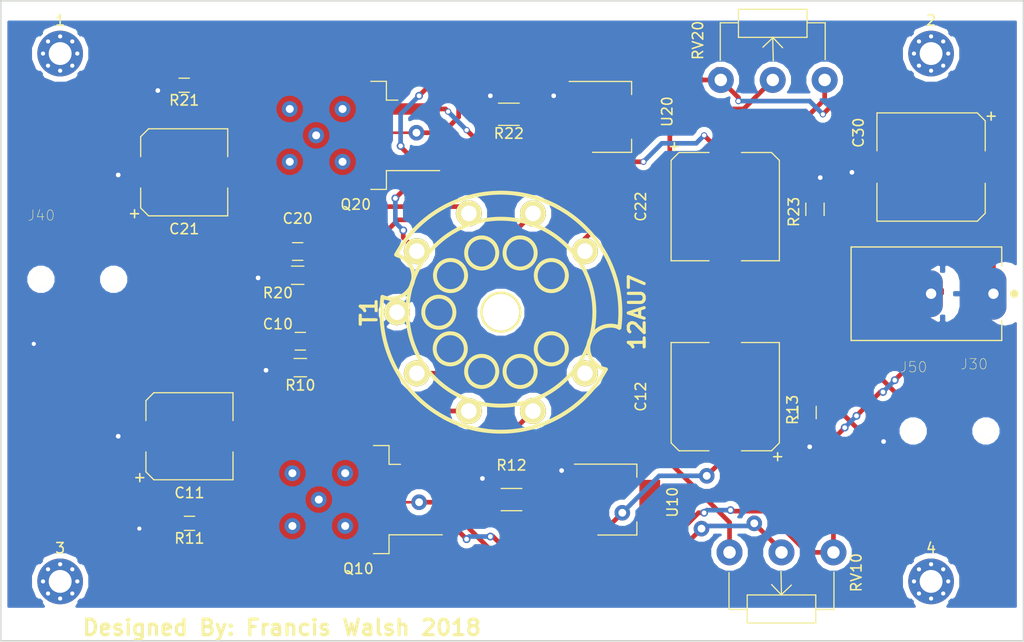
<source format=kicad_pcb>
(kicad_pcb (version 4) (host pcbnew 4.0.7-e2-6376~58~ubuntu16.04.1)

  (general
    (links 0)
    (no_connects 0)
    (area 105.969999 88.824999 204.545001 150.570001)
    (thickness 1.6)
    (drawings 6)
    (tracks 246)
    (zones 0)
    (modules 29)
    (nets 20)
  )

  (page A4)
  (layers
    (0 F.Cu signal)
    (31 B.Cu signal)
    (32 B.Adhes user)
    (33 F.Adhes user)
    (34 B.Paste user)
    (35 F.Paste user)
    (36 B.SilkS user)
    (37 F.SilkS user)
    (38 B.Mask user)
    (39 F.Mask user)
    (40 Dwgs.User user)
    (41 Cmts.User user)
    (42 Eco1.User user)
    (43 Eco2.User user)
    (44 Edge.Cuts user)
    (45 Margin user)
    (46 B.CrtYd user)
    (47 F.CrtYd user)
    (48 B.Fab user)
    (49 F.Fab user)
  )

  (setup
    (last_trace_width 0.45)
    (user_trace_width 0.45)
    (trace_clearance 0.2)
    (zone_clearance 0.508)
    (zone_45_only no)
    (trace_min 0.2)
    (segment_width 0.2)
    (edge_width 0.15)
    (via_size 0.6)
    (via_drill 0.4)
    (via_min_size 0.4)
    (via_min_drill 0.3)
    (user_via 0.75 0.45)
    (user_via 1.5 0.75)
    (uvia_size 0.3)
    (uvia_drill 0.1)
    (uvias_allowed no)
    (uvia_min_size 0.2)
    (uvia_min_drill 0.1)
    (pcb_text_width 0.3)
    (pcb_text_size 1.5 1.5)
    (mod_edge_width 0.15)
    (mod_text_size 1 1)
    (mod_text_width 0.15)
    (pad_size 4.4 4.4)
    (pad_drill 2.2)
    (pad_to_mask_clearance 0.2)
    (aux_axis_origin 97.79 152.4)
    (visible_elements FFFFFF7F)
    (pcbplotparams
      (layerselection 0x010f0_80000001)
      (usegerberextensions true)
      (excludeedgelayer true)
      (linewidth 0.100000)
      (plotframeref false)
      (viasonmask false)
      (mode 1)
      (useauxorigin false)
      (hpglpennumber 1)
      (hpglpenspeed 20)
      (hpglpendiameter 15)
      (hpglpenoverlay 2)
      (psnegative false)
      (psa4output false)
      (plotreference true)
      (plotvalue true)
      (plotinvisibletext false)
      (padsonsilk false)
      (subtractmaskfromsilk false)
      (outputformat 1)
      (mirror false)
      (drillshape 0)
      (scaleselection 1)
      (outputdirectory gerbers/))
  )

  (net 0 "")
  (net 1 /right_c_tube)
  (net 2 /right_channel)
  (net 3 GND)
  (net 4 "Net-(C11-Pad2)")
  (net 5 "Net-(C12-Pad1)")
  (net 6 /output_right_channel)
  (net 7 "Net-(C20-Pad1)")
  (net 8 /left_channel)
  (net 9 "Net-(C21-Pad2)")
  (net 10 "Net-(C22-Pad1)")
  (net 11 /output_left_channel)
  (net 12 /12_6V)
  (net 13 "Net-(Q10-Pad2)")
  (net 14 "Net-(Q20-Pad2)")
  (net 15 "Net-(R12-Pad1)")
  (net 16 "Net-(R22-Pad1)")
  (net 17 "Net-(RV10-Pad3)")
  (net 18 /l_c_post)
  (net 19 "Net-(T1-Pad9)")

  (net_class Default "This is the default net class."
    (clearance 0.2)
    (trace_width 0.25)
    (via_dia 0.6)
    (via_drill 0.4)
    (uvia_dia 0.3)
    (uvia_drill 0.1)
    (add_net /12_6V)
    (add_net /l_c_post)
    (add_net /left_channel)
    (add_net /output_left_channel)
    (add_net /output_right_channel)
    (add_net /right_c_tube)
    (add_net /right_channel)
    (add_net GND)
    (add_net "Net-(C11-Pad2)")
    (add_net "Net-(C12-Pad1)")
    (add_net "Net-(C20-Pad1)")
    (add_net "Net-(C21-Pad2)")
    (add_net "Net-(C22-Pad1)")
    (add_net "Net-(Q10-Pad2)")
    (add_net "Net-(Q20-Pad2)")
    (add_net "Net-(R12-Pad1)")
    (add_net "Net-(R22-Pad1)")
    (add_net "Net-(RV10-Pad3)")
    (add_net "Net-(T1-Pad9)")
  )

  (module PJ-037B:CUI_PJ-037B (layer F.Cu) (tedit 5B5BCE4B) (tstamp 5B4A3640)
    (at 201.58 117.094 180)
    (path /5B50133C)
    (fp_text reference J30 (at 1.854 -6.7796 180) (layer F.SilkS)
      (effects (font (size 1.00216 1.00216) (thickness 0.05)))
    )
    (fp_text value " " (at 2.4889 5.78408 180) (layer F.SilkS)
      (effects (font (size 1.00157 1.00157) (thickness 0.05)))
    )
    (fp_line (start 0.5 1.75) (end -0.5 1.75) (layer Edge.Cuts) (width 0.0001))
    (fp_line (start -0.5 1.75) (end -0.5 -1.75) (layer Edge.Cuts) (width 0.0001))
    (fp_line (start -0.5 -1.75) (end 0.5 -1.75) (layer Edge.Cuts) (width 0.0001))
    (fp_line (start 0.5 -1.75) (end 0.5 1.75) (layer Edge.Cuts) (width 0.0001))
    (fp_line (start 6.5 1.5) (end 5.5 1.5) (layer Edge.Cuts) (width 0.0001))
    (fp_line (start 5.5 1.5) (end 5.5 -1.5) (layer Edge.Cuts) (width 0.0001))
    (fp_line (start 5.5 -1.5) (end 6.5 -1.5) (layer Edge.Cuts) (width 0.0001))
    (fp_line (start 6.5 -1.5) (end 6.5 1.5) (layer Edge.Cuts) (width 0.0001))
    (fp_line (start -0.8 -4.5) (end 13.7 -4.5) (layer Dwgs.User) (width 0.127))
    (fp_line (start 13.7 4.5) (end -0.8 4.5) (layer Dwgs.User) (width 0.127))
    (fp_line (start -0.8 4.5) (end -0.8 -4.5) (layer Dwgs.User) (width 0.127))
    (fp_line (start 13.7 -4.5) (end 13.7 4.5) (layer F.SilkS) (width 0.127))
    (fp_line (start 13.7 4.5) (end -0.8 4.5) (layer F.SilkS) (width 0.127))
    (fp_line (start -0.8 4.5) (end -0.8 2.65) (layer F.SilkS) (width 0.127))
    (fp_line (start -0.8 -4.5) (end 13.7 -4.5) (layer F.SilkS) (width 0.127))
    (fp_line (start -0.8 -2.55) (end -0.8 -4.5) (layer F.SilkS) (width 0.127))
    (fp_line (start -1.1 -4.75) (end 13.95 -4.75) (layer Eco1.User) (width 0.05))
    (fp_line (start 13.95 -4.75) (end 13.95 4.75) (layer Eco1.User) (width 0.05))
    (fp_line (start 13.95 4.75) (end -1.1 4.75) (layer Eco1.User) (width 0.05))
    (fp_line (start -1.1 4.75) (end -1.1 2.35) (layer Eco1.User) (width 0.05))
    (fp_circle (center -2 0) (end -1.8 0) (layer F.SilkS) (width 0.4))
    (fp_line (start -1.1 -2.25) (end -1.1 -4.75) (layer Eco1.User) (width 0.05))
    (fp_line (start -1.1 -2.25) (end -1.55 -2.25) (layer Eco1.User) (width 0.05))
    (fp_line (start -1.55 -2.25) (end -1.55 2.35) (layer Eco1.User) (width 0.05))
    (fp_line (start -1.55 2.35) (end -1.1 2.35) (layer Eco1.User) (width 0.05))
    (fp_line (start 13.7 -4.5) (end 13.7 4.5) (layer Dwgs.User) (width 0.127))
    (pad 1 thru_hole oval (at 0 0 270) (size 5 2.5) (drill 1) (layers *.Cu *.Mask)
      (net 12 /12_6V))
    (pad 2 thru_hole oval (at 6 0 270) (size 4.5 2.25) (drill 1) (layers *.Cu *.Mask)
      (net 3 GND))
  )

  (module TO_SOT_Packages_SMD:TO-263-2 (layer F.Cu) (tedit 5B5BCA86) (tstamp 5B4A29FA)
    (at 140.462 136.906 180)
    (descr "TO-263 / D2PAK / DDPAK SMD package, http://www.infineon.com/cms/en/product/packages/PG-TO263/PG-TO263-3-1/")
    (tags "D2PAK DDPAK TO-263 D2PAK-3 TO-263-3 SOT-404")
    (path /5B4A8EDC)
    (attr smd)
    (fp_text reference Q10 (at 0 -6.65 180) (layer F.SilkS)
      (effects (font (size 1 1) (thickness 0.15)))
    )
    (fp_text value " " (at 0 6.65 180) (layer F.Fab)
      (effects (font (size 1 1) (thickness 0.15)))
    )
    (fp_line (start 6.5 -5) (end 7.5 -5) (layer F.Fab) (width 0.1))
    (fp_line (start 7.5 -5) (end 7.5 5) (layer F.Fab) (width 0.1))
    (fp_line (start 7.5 5) (end 6.5 5) (layer F.Fab) (width 0.1))
    (fp_line (start 6.5 -5) (end 6.5 5) (layer F.Fab) (width 0.1))
    (fp_line (start 6.5 5) (end -2.75 5) (layer F.Fab) (width 0.1))
    (fp_line (start -2.75 5) (end -2.75 -4) (layer F.Fab) (width 0.1))
    (fp_line (start -2.75 -4) (end -1.75 -5) (layer F.Fab) (width 0.1))
    (fp_line (start -1.75 -5) (end 6.5 -5) (layer F.Fab) (width 0.1))
    (fp_line (start -2.75 -3.04) (end -7.45 -3.04) (layer F.Fab) (width 0.1))
    (fp_line (start -7.45 -3.04) (end -7.45 -2.04) (layer F.Fab) (width 0.1))
    (fp_line (start -7.45 -2.04) (end -2.75 -2.04) (layer F.Fab) (width 0.1))
    (fp_line (start -2.75 2.04) (end -7.45 2.04) (layer F.Fab) (width 0.1))
    (fp_line (start -7.45 2.04) (end -7.45 3.04) (layer F.Fab) (width 0.1))
    (fp_line (start -7.45 3.04) (end -2.75 3.04) (layer F.Fab) (width 0.1))
    (fp_line (start -1.45 -5.2) (end -2.95 -5.2) (layer F.SilkS) (width 0.12))
    (fp_line (start -2.95 -5.2) (end -2.95 -3.39) (layer F.SilkS) (width 0.12))
    (fp_line (start -2.95 -3.39) (end -8.075 -3.39) (layer F.SilkS) (width 0.12))
    (fp_line (start -1.45 5.2) (end -2.95 5.2) (layer F.SilkS) (width 0.12))
    (fp_line (start -2.95 5.2) (end -2.95 3.39) (layer F.SilkS) (width 0.12))
    (fp_line (start -2.95 3.39) (end -4.05 3.39) (layer F.SilkS) (width 0.12))
    (fp_line (start -8.32 -5.65) (end -8.32 5.65) (layer F.CrtYd) (width 0.05))
    (fp_line (start -8.32 5.65) (end 8.32 5.65) (layer F.CrtYd) (width 0.05))
    (fp_line (start 8.32 5.65) (end 8.32 -5.65) (layer F.CrtYd) (width 0.05))
    (fp_line (start 8.32 -5.65) (end -8.32 -5.65) (layer F.CrtYd) (width 0.05))
    (fp_text user %R (at 0 0 180) (layer F.Fab)
      (effects (font (size 1 1) (thickness 0.15)))
    )
    (pad 1 smd rect (at -5.775 -2.54 180) (size 4.6 1.1) (layers F.Cu F.Paste F.Mask)
      (net 12 /12_6V))
    (pad 3 smd rect (at -5.775 2.54 180) (size 4.6 1.1) (layers F.Cu F.Paste F.Mask)
      (net 5 "Net-(C12-Pad1)"))
    (pad 2 smd rect (at 3.375 0 180) (size 9.4 10.8) (layers F.Cu F.Mask)
      (net 13 "Net-(Q10-Pad2)"))
    (pad 2 smd rect (at 5.8 2.775 180) (size 4.55 5.25) (layers F.Cu F.Paste)
      (net 13 "Net-(Q10-Pad2)"))
    (pad 2 smd rect (at 0.95 -2.775 180) (size 4.55 5.25) (layers F.Cu F.Paste)
      (net 13 "Net-(Q10-Pad2)"))
    (pad 2 smd rect (at 5.8 -2.775 180) (size 4.55 5.25) (layers F.Cu F.Paste)
      (net 13 "Net-(Q10-Pad2)"))
    (pad 2 smd rect (at 0.95 2.775 180) (size 4.55 5.25) (layers F.Cu F.Paste)
      (net 13 "Net-(Q10-Pad2)"))
    (pad 2 thru_hole circle (at 6.35 -2.54 180) (size 1.524 1.524) (drill 0.762) (layers *.Cu *.Mask)
      (net 13 "Net-(Q10-Pad2)"))
    (pad 2 thru_hole circle (at 1.27 -2.54 180) (size 1.524 1.524) (drill 0.762) (layers *.Cu *.Mask)
      (net 13 "Net-(Q10-Pad2)"))
    (pad 2 thru_hole circle (at 3.81 0 180) (size 1.524 1.524) (drill 0.762) (layers *.Cu *.Mask)
      (net 13 "Net-(Q10-Pad2)"))
    (pad 2 thru_hole circle (at 1.27 2.54 180) (size 1.524 1.524) (drill 0.762) (layers *.Cu *.Mask)
      (net 13 "Net-(Q10-Pad2)"))
    (pad 2 thru_hole circle (at 6.35 2.54 180) (size 1.524 1.524) (drill 0.762) (layers *.Cu *.Mask)
      (net 13 "Net-(Q10-Pad2)"))
    (model ${KISYS3DMOD}/TO_SOT_Packages_SMD.3dshapes/TO-263-2.wrl
      (at (xyz 0 0 0))
      (scale (xyz 1 1 1))
      (rotate (xyz 0 0 0))
    )
  )

  (module TO_SOT_Packages_SMD:TO-263-2 (layer F.Cu) (tedit 5B5BCA21) (tstamp 5B4A2A1E)
    (at 140.208 101.854 180)
    (descr "TO-263 / D2PAK / DDPAK SMD package, http://www.infineon.com/cms/en/product/packages/PG-TO263/PG-TO263-3-1/")
    (tags "D2PAK DDPAK TO-263 D2PAK-3 TO-263-3 SOT-404")
    (path /5B4E08C3)
    (attr smd)
    (fp_text reference Q20 (at 0 -6.65 180) (layer F.SilkS)
      (effects (font (size 1 1) (thickness 0.15)))
    )
    (fp_text value " " (at 0 6.65 180) (layer F.Fab)
      (effects (font (size 1 1) (thickness 0.15)))
    )
    (fp_line (start 6.5 -5) (end 7.5 -5) (layer F.Fab) (width 0.1))
    (fp_line (start 7.5 -5) (end 7.5 5) (layer F.Fab) (width 0.1))
    (fp_line (start 7.5 5) (end 6.5 5) (layer F.Fab) (width 0.1))
    (fp_line (start 6.5 -5) (end 6.5 5) (layer F.Fab) (width 0.1))
    (fp_line (start 6.5 5) (end -2.75 5) (layer F.Fab) (width 0.1))
    (fp_line (start -2.75 5) (end -2.75 -4) (layer F.Fab) (width 0.1))
    (fp_line (start -2.75 -4) (end -1.75 -5) (layer F.Fab) (width 0.1))
    (fp_line (start -1.75 -5) (end 6.5 -5) (layer F.Fab) (width 0.1))
    (fp_line (start -2.75 -3.04) (end -7.45 -3.04) (layer F.Fab) (width 0.1))
    (fp_line (start -7.45 -3.04) (end -7.45 -2.04) (layer F.Fab) (width 0.1))
    (fp_line (start -7.45 -2.04) (end -2.75 -2.04) (layer F.Fab) (width 0.1))
    (fp_line (start -2.75 2.04) (end -7.45 2.04) (layer F.Fab) (width 0.1))
    (fp_line (start -7.45 2.04) (end -7.45 3.04) (layer F.Fab) (width 0.1))
    (fp_line (start -7.45 3.04) (end -2.75 3.04) (layer F.Fab) (width 0.1))
    (fp_line (start -1.45 -5.2) (end -2.95 -5.2) (layer F.SilkS) (width 0.12))
    (fp_line (start -2.95 -5.2) (end -2.95 -3.39) (layer F.SilkS) (width 0.12))
    (fp_line (start -2.95 -3.39) (end -8.075 -3.39) (layer F.SilkS) (width 0.12))
    (fp_line (start -1.45 5.2) (end -2.95 5.2) (layer F.SilkS) (width 0.12))
    (fp_line (start -2.95 5.2) (end -2.95 3.39) (layer F.SilkS) (width 0.12))
    (fp_line (start -2.95 3.39) (end -4.05 3.39) (layer F.SilkS) (width 0.12))
    (fp_line (start -8.32 -5.65) (end -8.32 5.65) (layer F.CrtYd) (width 0.05))
    (fp_line (start -8.32 5.65) (end 8.32 5.65) (layer F.CrtYd) (width 0.05))
    (fp_line (start 8.32 5.65) (end 8.32 -5.65) (layer F.CrtYd) (width 0.05))
    (fp_line (start 8.32 -5.65) (end -8.32 -5.65) (layer F.CrtYd) (width 0.05))
    (fp_text user %R (at 0 0 180) (layer F.Fab)
      (effects (font (size 1 1) (thickness 0.15)))
    )
    (pad 1 smd rect (at -5.775 -2.54 180) (size 4.6 1.1) (layers F.Cu F.Paste F.Mask)
      (net 12 /12_6V))
    (pad 3 smd rect (at -5.775 2.54 180) (size 4.6 1.1) (layers F.Cu F.Paste F.Mask)
      (net 10 "Net-(C22-Pad1)"))
    (pad 2 smd rect (at 3.375 0 180) (size 9.4 10.8) (layers F.Cu F.Mask)
      (net 14 "Net-(Q20-Pad2)"))
    (pad 2 smd rect (at 5.8 2.775 180) (size 4.55 5.25) (layers F.Cu F.Paste)
      (net 14 "Net-(Q20-Pad2)"))
    (pad 2 smd rect (at 0.95 -2.775 180) (size 4.55 5.25) (layers F.Cu F.Paste)
      (net 14 "Net-(Q20-Pad2)"))
    (pad 2 smd rect (at 5.8 -2.775 180) (size 4.55 5.25) (layers F.Cu F.Paste)
      (net 14 "Net-(Q20-Pad2)"))
    (pad 2 smd rect (at 0.95 2.775 180) (size 4.55 5.25) (layers F.Cu F.Paste)
      (net 14 "Net-(Q20-Pad2)"))
    (pad 2 thru_hole circle (at 6.35 -2.54 180) (size 1.524 1.524) (drill 0.762) (layers *.Cu *.Mask)
      (net 14 "Net-(Q20-Pad2)"))
    (pad 2 thru_hole circle (at 1.27 -2.54 180) (size 1.524 1.524) (drill 0.762) (layers *.Cu *.Mask)
      (net 14 "Net-(Q20-Pad2)"))
    (pad 2 thru_hole circle (at 1.27 2.54 180) (size 1.524 1.524) (drill 0.762) (layers *.Cu *.Mask)
      (net 14 "Net-(Q20-Pad2)"))
    (pad 2 thru_hole circle (at 6.35 2.54 180) (size 1.524 1.524) (drill 0.762) (layers *.Cu *.Mask)
      (net 14 "Net-(Q20-Pad2)"))
    (pad 2 thru_hole circle (at 3.81 0 180) (size 1.524 1.524) (drill 0.762) (layers *.Cu *.Mask)
      (net 14 "Net-(Q20-Pad2)"))
    (model ${KISYS3DMOD}/TO_SOT_Packages_SMD.3dshapes/TO-263-2.wrl
      (at (xyz 0 0 0))
      (scale (xyz 1 1 1))
      (rotate (xyz 0 0 0))
    )
  )

  (module Capacitors_SMD:CP_Elec_8x10.5 (layer F.Cu) (tedit 58AA8BC3) (tstamp 5B4A2955)
    (at 124.206 130.81)
    (descr "SMT capacitor, aluminium electrolytic, 8x10.5")
    (path /5B4C3FB3)
    (attr smd)
    (fp_text reference C11 (at 0 5.45) (layer F.SilkS)
      (effects (font (size 1 1) (thickness 0.15)))
    )
    (fp_text value 100u (at 0 -5.45) (layer F.Fab)
      (effects (font (size 1 1) (thickness 0.15)))
    )
    (fp_circle (center 0 0) (end 1.3 3.7) (layer F.Fab) (width 0.1))
    (fp_text user + (at -2.27 -0.08) (layer F.Fab)
      (effects (font (size 1 1) (thickness 0.15)))
    )
    (fp_text user + (at -4.78 3.91) (layer F.SilkS)
      (effects (font (size 1 1) (thickness 0.15)))
    )
    (fp_text user %R (at 0 5.45) (layer F.Fab)
      (effects (font (size 1 1) (thickness 0.15)))
    )
    (fp_line (start 4.04 4.04) (end 4.04 -4.04) (layer F.Fab) (width 0.1))
    (fp_line (start -3.37 4.04) (end 4.04 4.04) (layer F.Fab) (width 0.1))
    (fp_line (start -4.04 3.37) (end -3.37 4.04) (layer F.Fab) (width 0.1))
    (fp_line (start -4.04 -3.37) (end -4.04 3.37) (layer F.Fab) (width 0.1))
    (fp_line (start -3.37 -4.04) (end -4.04 -3.37) (layer F.Fab) (width 0.1))
    (fp_line (start 4.04 -4.04) (end -3.37 -4.04) (layer F.Fab) (width 0.1))
    (fp_line (start -4.19 3.43) (end -4.19 1.51) (layer F.SilkS) (width 0.12))
    (fp_line (start -4.19 -3.43) (end -4.19 -1.51) (layer F.SilkS) (width 0.12))
    (fp_line (start 4.19 4.19) (end 4.19 1.51) (layer F.SilkS) (width 0.12))
    (fp_line (start 4.19 -4.19) (end 4.19 -1.51) (layer F.SilkS) (width 0.12))
    (fp_line (start 4.19 4.19) (end -3.43 4.19) (layer F.SilkS) (width 0.12))
    (fp_line (start -3.43 4.19) (end -4.19 3.43) (layer F.SilkS) (width 0.12))
    (fp_line (start -4.19 -3.43) (end -3.43 -4.19) (layer F.SilkS) (width 0.12))
    (fp_line (start -3.43 -4.19) (end 4.19 -4.19) (layer F.SilkS) (width 0.12))
    (fp_line (start -5.3 -4.29) (end 5.3 -4.29) (layer F.CrtYd) (width 0.05))
    (fp_line (start -5.3 -4.29) (end -5.3 4.29) (layer F.CrtYd) (width 0.05))
    (fp_line (start 5.3 4.29) (end 5.3 -4.29) (layer F.CrtYd) (width 0.05))
    (fp_line (start 5.3 4.29) (end -5.3 4.29) (layer F.CrtYd) (width 0.05))
    (pad 1 smd rect (at -3.05 0 180) (size 4 2.5) (layers F.Cu F.Paste F.Mask)
      (net 3 GND))
    (pad 2 smd rect (at 3.05 0 180) (size 4 2.5) (layers F.Cu F.Paste F.Mask)
      (net 4 "Net-(C11-Pad2)"))
    (model Capacitors_SMD.3dshapes/CP_Elec_8x10.5.wrl
      (at (xyz 0 0 0))
      (scale (xyz 1 1 1))
      (rotate (xyz 0 0 180))
    )
  )

  (module Capacitors_SMD:CP_Elec_10x10.5 (layer F.Cu) (tedit 58AA917F) (tstamp 5B4A2971)
    (at 175.768 127 90)
    (descr "SMT capacitor, aluminium electrolytic, 10x10.5")
    (path /5B4A8EF4)
    (attr smd)
    (fp_text reference C12 (at 0 -8.128 90) (layer F.SilkS)
      (effects (font (size 1 1) (thickness 0.15)))
    )
    (fp_text value 470u (at 0 -6.46 90) (layer F.Fab)
      (effects (font (size 1 1) (thickness 0.15)))
    )
    (fp_circle (center 0 0) (end 0 5) (layer F.Fab) (width 0.1))
    (fp_text user + (at -2.91 -0.08 90) (layer F.Fab)
      (effects (font (size 1 1) (thickness 0.15)))
    )
    (fp_text user + (at -5.78 4.97 90) (layer F.SilkS)
      (effects (font (size 1 1) (thickness 0.15)))
    )
    (fp_text user %R (at 0 -8.128 90) (layer F.Fab)
      (effects (font (size 1 1) (thickness 0.15)))
    )
    (fp_line (start -5.21 -4.45) (end -5.21 -1.56) (layer F.SilkS) (width 0.12))
    (fp_line (start -5.21 4.45) (end -5.21 1.56) (layer F.SilkS) (width 0.12))
    (fp_line (start 5.21 5.21) (end 5.21 1.56) (layer F.SilkS) (width 0.12))
    (fp_line (start 5.21 -5.21) (end 5.21 -1.56) (layer F.SilkS) (width 0.12))
    (fp_line (start 5.05 5.05) (end 5.05 -5.05) (layer F.Fab) (width 0.1))
    (fp_line (start -4.38 5.05) (end 5.05 5.05) (layer F.Fab) (width 0.1))
    (fp_line (start -5.05 4.38) (end -4.38 5.05) (layer F.Fab) (width 0.1))
    (fp_line (start -5.05 -4.38) (end -5.05 4.38) (layer F.Fab) (width 0.1))
    (fp_line (start -4.38 -5.05) (end -5.05 -4.38) (layer F.Fab) (width 0.1))
    (fp_line (start 5.05 -5.05) (end -4.38 -5.05) (layer F.Fab) (width 0.1))
    (fp_line (start 5.21 5.21) (end -4.45 5.21) (layer F.SilkS) (width 0.12))
    (fp_line (start -4.45 5.21) (end -5.21 4.45) (layer F.SilkS) (width 0.12))
    (fp_line (start -5.21 -4.45) (end -4.45 -5.21) (layer F.SilkS) (width 0.12))
    (fp_line (start -4.45 -5.21) (end 5.21 -5.21) (layer F.SilkS) (width 0.12))
    (fp_line (start -6.25 -5.31) (end 6.25 -5.31) (layer F.CrtYd) (width 0.05))
    (fp_line (start -6.25 -5.31) (end -6.25 5.3) (layer F.CrtYd) (width 0.05))
    (fp_line (start 6.25 5.3) (end 6.25 -5.31) (layer F.CrtYd) (width 0.05))
    (fp_line (start 6.25 5.3) (end -6.25 5.3) (layer F.CrtYd) (width 0.05))
    (pad 1 smd rect (at -4 0 270) (size 4 2.5) (layers F.Cu F.Paste F.Mask)
      (net 5 "Net-(C12-Pad1)"))
    (pad 2 smd rect (at 4 0 270) (size 4 2.5) (layers F.Cu F.Paste F.Mask)
      (net 6 /output_right_channel))
    (model Capacitors_SMD.3dshapes/CP_Elec_10x10.5.wrl
      (at (xyz 0 0 0))
      (scale (xyz 1 1 1))
      (rotate (xyz 0 0 180))
    )
  )

  (module Capacitors_SMD:CP_Elec_8x10.5 (layer F.Cu) (tedit 58AA8BC3) (tstamp 5B4A299E)
    (at 123.698 105.41)
    (descr "SMT capacitor, aluminium electrolytic, 8x10.5")
    (path /5B495545)
    (attr smd)
    (fp_text reference C21 (at 0 5.45) (layer F.SilkS)
      (effects (font (size 1 1) (thickness 0.15)))
    )
    (fp_text value 100u (at 0 -5.45) (layer F.Fab)
      (effects (font (size 1 1) (thickness 0.15)))
    )
    (fp_circle (center 0 0) (end 1.3 3.7) (layer F.Fab) (width 0.1))
    (fp_text user + (at -2.27 -0.08) (layer F.Fab)
      (effects (font (size 1 1) (thickness 0.15)))
    )
    (fp_text user + (at -4.78 3.91) (layer F.SilkS)
      (effects (font (size 1 1) (thickness 0.15)))
    )
    (fp_text user %R (at 0 5.45) (layer F.Fab)
      (effects (font (size 1 1) (thickness 0.15)))
    )
    (fp_line (start 4.04 4.04) (end 4.04 -4.04) (layer F.Fab) (width 0.1))
    (fp_line (start -3.37 4.04) (end 4.04 4.04) (layer F.Fab) (width 0.1))
    (fp_line (start -4.04 3.37) (end -3.37 4.04) (layer F.Fab) (width 0.1))
    (fp_line (start -4.04 -3.37) (end -4.04 3.37) (layer F.Fab) (width 0.1))
    (fp_line (start -3.37 -4.04) (end -4.04 -3.37) (layer F.Fab) (width 0.1))
    (fp_line (start 4.04 -4.04) (end -3.37 -4.04) (layer F.Fab) (width 0.1))
    (fp_line (start -4.19 3.43) (end -4.19 1.51) (layer F.SilkS) (width 0.12))
    (fp_line (start -4.19 -3.43) (end -4.19 -1.51) (layer F.SilkS) (width 0.12))
    (fp_line (start 4.19 4.19) (end 4.19 1.51) (layer F.SilkS) (width 0.12))
    (fp_line (start 4.19 -4.19) (end 4.19 -1.51) (layer F.SilkS) (width 0.12))
    (fp_line (start 4.19 4.19) (end -3.43 4.19) (layer F.SilkS) (width 0.12))
    (fp_line (start -3.43 4.19) (end -4.19 3.43) (layer F.SilkS) (width 0.12))
    (fp_line (start -4.19 -3.43) (end -3.43 -4.19) (layer F.SilkS) (width 0.12))
    (fp_line (start -3.43 -4.19) (end 4.19 -4.19) (layer F.SilkS) (width 0.12))
    (fp_line (start -5.3 -4.29) (end 5.3 -4.29) (layer F.CrtYd) (width 0.05))
    (fp_line (start -5.3 -4.29) (end -5.3 4.29) (layer F.CrtYd) (width 0.05))
    (fp_line (start 5.3 4.29) (end 5.3 -4.29) (layer F.CrtYd) (width 0.05))
    (fp_line (start 5.3 4.29) (end -5.3 4.29) (layer F.CrtYd) (width 0.05))
    (pad 1 smd rect (at -3.05 0 180) (size 4 2.5) (layers F.Cu F.Paste F.Mask)
      (net 3 GND))
    (pad 2 smd rect (at 3.05 0 180) (size 4 2.5) (layers F.Cu F.Paste F.Mask)
      (net 9 "Net-(C21-Pad2)"))
    (model Capacitors_SMD.3dshapes/CP_Elec_8x10.5.wrl
      (at (xyz 0 0 0))
      (scale (xyz 1 1 1))
      (rotate (xyz 0 0 180))
    )
  )

  (module Capacitors_SMD:CP_Elec_10x10.5 (layer F.Cu) (tedit 58AA917F) (tstamp 5B4A29BA)
    (at 175.768 108.712 270)
    (descr "SMT capacitor, aluminium electrolytic, 10x10.5")
    (path /5B4C8220)
    (attr smd)
    (fp_text reference C22 (at 0 8.128 270) (layer F.SilkS)
      (effects (font (size 1 1) (thickness 0.15)))
    )
    (fp_text value 470u (at 0 6.604 270) (layer F.Fab)
      (effects (font (size 1 1) (thickness 0.15)))
    )
    (fp_circle (center 0 0) (end 0 5) (layer F.Fab) (width 0.1))
    (fp_text user + (at -2.91 -0.08 270) (layer F.Fab)
      (effects (font (size 1 1) (thickness 0.15)))
    )
    (fp_text user + (at -5.78 4.97 270) (layer F.SilkS)
      (effects (font (size 1 1) (thickness 0.15)))
    )
    (fp_text user %R (at 0 8.128 270) (layer F.Fab)
      (effects (font (size 1 1) (thickness 0.15)))
    )
    (fp_line (start -5.21 -4.45) (end -5.21 -1.56) (layer F.SilkS) (width 0.12))
    (fp_line (start -5.21 4.45) (end -5.21 1.56) (layer F.SilkS) (width 0.12))
    (fp_line (start 5.21 5.21) (end 5.21 1.56) (layer F.SilkS) (width 0.12))
    (fp_line (start 5.21 -5.21) (end 5.21 -1.56) (layer F.SilkS) (width 0.12))
    (fp_line (start 5.05 5.05) (end 5.05 -5.05) (layer F.Fab) (width 0.1))
    (fp_line (start -4.38 5.05) (end 5.05 5.05) (layer F.Fab) (width 0.1))
    (fp_line (start -5.05 4.38) (end -4.38 5.05) (layer F.Fab) (width 0.1))
    (fp_line (start -5.05 -4.38) (end -5.05 4.38) (layer F.Fab) (width 0.1))
    (fp_line (start -4.38 -5.05) (end -5.05 -4.38) (layer F.Fab) (width 0.1))
    (fp_line (start 5.05 -5.05) (end -4.38 -5.05) (layer F.Fab) (width 0.1))
    (fp_line (start 5.21 5.21) (end -4.45 5.21) (layer F.SilkS) (width 0.12))
    (fp_line (start -4.45 5.21) (end -5.21 4.45) (layer F.SilkS) (width 0.12))
    (fp_line (start -5.21 -4.45) (end -4.45 -5.21) (layer F.SilkS) (width 0.12))
    (fp_line (start -4.45 -5.21) (end 5.21 -5.21) (layer F.SilkS) (width 0.12))
    (fp_line (start -6.25 -5.31) (end 6.25 -5.31) (layer F.CrtYd) (width 0.05))
    (fp_line (start -6.25 -5.31) (end -6.25 5.3) (layer F.CrtYd) (width 0.05))
    (fp_line (start 6.25 5.3) (end 6.25 -5.31) (layer F.CrtYd) (width 0.05))
    (fp_line (start 6.25 5.3) (end -6.25 5.3) (layer F.CrtYd) (width 0.05))
    (pad 1 smd rect (at -4 0 90) (size 4 2.5) (layers F.Cu F.Paste F.Mask)
      (net 10 "Net-(C22-Pad1)"))
    (pad 2 smd rect (at 4 0 90) (size 4 2.5) (layers F.Cu F.Paste F.Mask)
      (net 11 /output_left_channel))
    (model Capacitors_SMD.3dshapes/CP_Elec_10x10.5.wrl
      (at (xyz 0 0 0))
      (scale (xyz 1 1 1))
      (rotate (xyz 0 0 180))
    )
  )

  (module Capacitors_SMD:CP_Elec_10x10.5 (layer F.Cu) (tedit 58AA917F) (tstamp 5B4A29D6)
    (at 195.58 104.902 180)
    (descr "SMT capacitor, aluminium electrolytic, 10x10.5")
    (path /5B4FFB60)
    (attr smd)
    (fp_text reference C30 (at 6.985 3.302 270) (layer F.SilkS)
      (effects (font (size 1 1) (thickness 0.15)))
    )
    (fp_text value 470u (at 0 -6.46 180) (layer F.Fab)
      (effects (font (size 1 1) (thickness 0.15)))
    )
    (fp_circle (center 0 0) (end 0 5) (layer F.Fab) (width 0.1))
    (fp_text user + (at -2.91 -0.08 180) (layer F.Fab)
      (effects (font (size 1 1) (thickness 0.15)))
    )
    (fp_text user + (at -5.78 4.97 180) (layer F.SilkS)
      (effects (font (size 1 1) (thickness 0.15)))
    )
    (fp_text user %R (at 6.985 3.302 270) (layer F.Fab)
      (effects (font (size 1 1) (thickness 0.15)))
    )
    (fp_line (start -5.21 -4.45) (end -5.21 -1.56) (layer F.SilkS) (width 0.12))
    (fp_line (start -5.21 4.45) (end -5.21 1.56) (layer F.SilkS) (width 0.12))
    (fp_line (start 5.21 5.21) (end 5.21 1.56) (layer F.SilkS) (width 0.12))
    (fp_line (start 5.21 -5.21) (end 5.21 -1.56) (layer F.SilkS) (width 0.12))
    (fp_line (start 5.05 5.05) (end 5.05 -5.05) (layer F.Fab) (width 0.1))
    (fp_line (start -4.38 5.05) (end 5.05 5.05) (layer F.Fab) (width 0.1))
    (fp_line (start -5.05 4.38) (end -4.38 5.05) (layer F.Fab) (width 0.1))
    (fp_line (start -5.05 -4.38) (end -5.05 4.38) (layer F.Fab) (width 0.1))
    (fp_line (start -4.38 -5.05) (end -5.05 -4.38) (layer F.Fab) (width 0.1))
    (fp_line (start 5.05 -5.05) (end -4.38 -5.05) (layer F.Fab) (width 0.1))
    (fp_line (start 5.21 5.21) (end -4.45 5.21) (layer F.SilkS) (width 0.12))
    (fp_line (start -4.45 5.21) (end -5.21 4.45) (layer F.SilkS) (width 0.12))
    (fp_line (start -5.21 -4.45) (end -4.45 -5.21) (layer F.SilkS) (width 0.12))
    (fp_line (start -4.45 -5.21) (end 5.21 -5.21) (layer F.SilkS) (width 0.12))
    (fp_line (start -6.25 -5.31) (end 6.25 -5.31) (layer F.CrtYd) (width 0.05))
    (fp_line (start -6.25 -5.31) (end -6.25 5.3) (layer F.CrtYd) (width 0.05))
    (fp_line (start 6.25 5.3) (end 6.25 -5.31) (layer F.CrtYd) (width 0.05))
    (fp_line (start 6.25 5.3) (end -6.25 5.3) (layer F.CrtYd) (width 0.05))
    (pad 1 smd rect (at -4 0) (size 4 2.5) (layers F.Cu F.Paste F.Mask)
      (net 12 /12_6V))
    (pad 2 smd rect (at 4 0) (size 4 2.5) (layers F.Cu F.Paste F.Mask)
      (net 3 GND))
    (model Capacitors_SMD.3dshapes/CP_Elec_10x10.5.wrl
      (at (xyz 0 0 0))
      (scale (xyz 1 1 1))
      (rotate (xyz 0 0 180))
    )
  )

  (module Resistors_SMD:R_0805_HandSoldering (layer F.Cu) (tedit 58E0A804) (tstamp 5B4A2A2F)
    (at 134.874 124.206 180)
    (descr "Resistor SMD 0805, hand soldering")
    (tags "resistor 0805")
    (path /5B4B0035)
    (attr smd)
    (fp_text reference R10 (at 0 -1.7 180) (layer F.SilkS)
      (effects (font (size 1 1) (thickness 0.15)))
    )
    (fp_text value 100k (at 0 -3.429 180) (layer F.Fab)
      (effects (font (size 1 1) (thickness 0.15)))
    )
    (fp_text user %R (at 0 0 180) (layer F.Fab)
      (effects (font (size 0.5 0.5) (thickness 0.075)))
    )
    (fp_line (start -1 0.62) (end -1 -0.62) (layer F.Fab) (width 0.1))
    (fp_line (start 1 0.62) (end -1 0.62) (layer F.Fab) (width 0.1))
    (fp_line (start 1 -0.62) (end 1 0.62) (layer F.Fab) (width 0.1))
    (fp_line (start -1 -0.62) (end 1 -0.62) (layer F.Fab) (width 0.1))
    (fp_line (start 0.6 0.88) (end -0.6 0.88) (layer F.SilkS) (width 0.12))
    (fp_line (start -0.6 -0.88) (end 0.6 -0.88) (layer F.SilkS) (width 0.12))
    (fp_line (start -2.35 -0.9) (end 2.35 -0.9) (layer F.CrtYd) (width 0.05))
    (fp_line (start -2.35 -0.9) (end -2.35 0.9) (layer F.CrtYd) (width 0.05))
    (fp_line (start 2.35 0.9) (end 2.35 -0.9) (layer F.CrtYd) (width 0.05))
    (fp_line (start 2.35 0.9) (end -2.35 0.9) (layer F.CrtYd) (width 0.05))
    (pad 1 smd rect (at -1.35 0 180) (size 1.5 1.3) (layers F.Cu F.Paste F.Mask)
      (net 1 /right_c_tube))
    (pad 2 smd rect (at 1.35 0 180) (size 1.5 1.3) (layers F.Cu F.Paste F.Mask)
      (net 3 GND))
    (model ${KISYS3DMOD}/Resistors_SMD.3dshapes/R_0805.wrl
      (at (xyz 0 0 0))
      (scale (xyz 1 1 1))
      (rotate (xyz 0 0 0))
    )
  )

  (module Resistors_SMD:R_0603_HandSoldering (layer F.Cu) (tedit 58E0A804) (tstamp 5B4A2A40)
    (at 124.206 139.192 180)
    (descr "Resistor SMD 0603, hand soldering")
    (tags "resistor 0603")
    (path /5B4D6CF4)
    (attr smd)
    (fp_text reference R11 (at 0 -1.45 180) (layer F.SilkS)
      (effects (font (size 1 1) (thickness 0.15)))
    )
    (fp_text value 150 (at 0 1.55 180) (layer F.Fab)
      (effects (font (size 1 1) (thickness 0.15)))
    )
    (fp_text user %R (at 0 0 180) (layer F.Fab)
      (effects (font (size 0.4 0.4) (thickness 0.075)))
    )
    (fp_line (start -0.8 0.4) (end -0.8 -0.4) (layer F.Fab) (width 0.1))
    (fp_line (start 0.8 0.4) (end -0.8 0.4) (layer F.Fab) (width 0.1))
    (fp_line (start 0.8 -0.4) (end 0.8 0.4) (layer F.Fab) (width 0.1))
    (fp_line (start -0.8 -0.4) (end 0.8 -0.4) (layer F.Fab) (width 0.1))
    (fp_line (start 0.5 0.68) (end -0.5 0.68) (layer F.SilkS) (width 0.12))
    (fp_line (start -0.5 -0.68) (end 0.5 -0.68) (layer F.SilkS) (width 0.12))
    (fp_line (start -1.96 -0.7) (end 1.95 -0.7) (layer F.CrtYd) (width 0.05))
    (fp_line (start -1.96 -0.7) (end -1.96 0.7) (layer F.CrtYd) (width 0.05))
    (fp_line (start 1.95 0.7) (end 1.95 -0.7) (layer F.CrtYd) (width 0.05))
    (fp_line (start 1.95 0.7) (end -1.96 0.7) (layer F.CrtYd) (width 0.05))
    (pad 1 smd rect (at -1.1 0 180) (size 1.2 0.9) (layers F.Cu F.Paste F.Mask)
      (net 4 "Net-(C11-Pad2)"))
    (pad 2 smd rect (at 1.1 0 180) (size 1.2 0.9) (layers F.Cu F.Paste F.Mask)
      (net 3 GND))
    (model ${KISYS3DMOD}/Resistors_SMD.3dshapes/R_0603.wrl
      (at (xyz 0 0 0))
      (scale (xyz 1 1 1))
      (rotate (xyz 0 0 0))
    )
  )

  (module Resistors_SMD:R_1206_HandSoldering (layer F.Cu) (tedit 58E0A804) (tstamp 5B4A2A51)
    (at 155.194 136.906 180)
    (descr "Resistor SMD 1206, hand soldering")
    (tags "resistor 1206")
    (path /5B4A8EE8)
    (attr smd)
    (fp_text reference R12 (at 0 3.302 180) (layer F.SilkS)
      (effects (font (size 1 1) (thickness 0.15)))
    )
    (fp_text value 10 (at 0 1.9 180) (layer F.Fab)
      (effects (font (size 1 1) (thickness 0.15)))
    )
    (fp_text user %R (at 0 0 180) (layer F.Fab)
      (effects (font (size 0.7 0.7) (thickness 0.105)))
    )
    (fp_line (start -1.6 0.8) (end -1.6 -0.8) (layer F.Fab) (width 0.1))
    (fp_line (start 1.6 0.8) (end -1.6 0.8) (layer F.Fab) (width 0.1))
    (fp_line (start 1.6 -0.8) (end 1.6 0.8) (layer F.Fab) (width 0.1))
    (fp_line (start -1.6 -0.8) (end 1.6 -0.8) (layer F.Fab) (width 0.1))
    (fp_line (start 1 1.07) (end -1 1.07) (layer F.SilkS) (width 0.12))
    (fp_line (start -1 -1.07) (end 1 -1.07) (layer F.SilkS) (width 0.12))
    (fp_line (start -3.25 -1.11) (end 3.25 -1.11) (layer F.CrtYd) (width 0.05))
    (fp_line (start -3.25 -1.11) (end -3.25 1.1) (layer F.CrtYd) (width 0.05))
    (fp_line (start 3.25 1.1) (end 3.25 -1.11) (layer F.CrtYd) (width 0.05))
    (fp_line (start 3.25 1.1) (end -3.25 1.1) (layer F.CrtYd) (width 0.05))
    (pad 1 smd rect (at -2 0 180) (size 2 1.7) (layers F.Cu F.Paste F.Mask)
      (net 15 "Net-(R12-Pad1)"))
    (pad 2 smd rect (at 2 0 180) (size 2 1.7) (layers F.Cu F.Paste F.Mask)
      (net 3 GND))
    (model ${KISYS3DMOD}/Resistors_SMD.3dshapes/R_1206.wrl
      (at (xyz 0 0 0))
      (scale (xyz 1 1 1))
      (rotate (xyz 0 0 0))
    )
  )

  (module Resistors_SMD:R_0805_HandSoldering (layer F.Cu) (tedit 58E0A804) (tstamp 5B4A2A62)
    (at 183.642 128.524 90)
    (descr "Resistor SMD 0805, hand soldering")
    (tags "resistor 0805")
    (path /5B4A8EEE)
    (attr smd)
    (fp_text reference R13 (at 0.254 -1.397 90) (layer F.SilkS)
      (effects (font (size 1 1) (thickness 0.15)))
    )
    (fp_text value 1k (at 0 1.75 90) (layer F.Fab)
      (effects (font (size 1 1) (thickness 0.15)))
    )
    (fp_text user %R (at 0 0 90) (layer F.Fab)
      (effects (font (size 0.5 0.5) (thickness 0.075)))
    )
    (fp_line (start -1 0.62) (end -1 -0.62) (layer F.Fab) (width 0.1))
    (fp_line (start 1 0.62) (end -1 0.62) (layer F.Fab) (width 0.1))
    (fp_line (start 1 -0.62) (end 1 0.62) (layer F.Fab) (width 0.1))
    (fp_line (start -1 -0.62) (end 1 -0.62) (layer F.Fab) (width 0.1))
    (fp_line (start 0.6 0.88) (end -0.6 0.88) (layer F.SilkS) (width 0.12))
    (fp_line (start -0.6 -0.88) (end 0.6 -0.88) (layer F.SilkS) (width 0.12))
    (fp_line (start -2.35 -0.9) (end 2.35 -0.9) (layer F.CrtYd) (width 0.05))
    (fp_line (start -2.35 -0.9) (end -2.35 0.9) (layer F.CrtYd) (width 0.05))
    (fp_line (start 2.35 0.9) (end 2.35 -0.9) (layer F.CrtYd) (width 0.05))
    (fp_line (start 2.35 0.9) (end -2.35 0.9) (layer F.CrtYd) (width 0.05))
    (pad 1 smd rect (at -1.35 0 90) (size 1.5 1.3) (layers F.Cu F.Paste F.Mask)
      (net 3 GND))
    (pad 2 smd rect (at 1.35 0 90) (size 1.5 1.3) (layers F.Cu F.Paste F.Mask)
      (net 6 /output_right_channel))
    (model ${KISYS3DMOD}/Resistors_SMD.3dshapes/R_0805.wrl
      (at (xyz 0 0 0))
      (scale (xyz 1 1 1))
      (rotate (xyz 0 0 0))
    )
  )

  (module Resistors_SMD:R_0805_HandSoldering (layer F.Cu) (tedit 58E0A804) (tstamp 5B4A2A73)
    (at 134.62 115.316 180)
    (descr "Resistor SMD 0805, hand soldering")
    (tags "resistor 0805")
    (path /5B4D2B27)
    (attr smd)
    (fp_text reference R20 (at 1.905 -1.7 180) (layer F.SilkS)
      (effects (font (size 1 1) (thickness 0.15)))
    )
    (fp_text value 100k (at -1.905 -1.524 180) (layer F.Fab)
      (effects (font (size 1 1) (thickness 0.15)))
    )
    (fp_text user %R (at 0 0 180) (layer F.Fab)
      (effects (font (size 0.5 0.5) (thickness 0.075)))
    )
    (fp_line (start -1 0.62) (end -1 -0.62) (layer F.Fab) (width 0.1))
    (fp_line (start 1 0.62) (end -1 0.62) (layer F.Fab) (width 0.1))
    (fp_line (start 1 -0.62) (end 1 0.62) (layer F.Fab) (width 0.1))
    (fp_line (start -1 -0.62) (end 1 -0.62) (layer F.Fab) (width 0.1))
    (fp_line (start 0.6 0.88) (end -0.6 0.88) (layer F.SilkS) (width 0.12))
    (fp_line (start -0.6 -0.88) (end 0.6 -0.88) (layer F.SilkS) (width 0.12))
    (fp_line (start -2.35 -0.9) (end 2.35 -0.9) (layer F.CrtYd) (width 0.05))
    (fp_line (start -2.35 -0.9) (end -2.35 0.9) (layer F.CrtYd) (width 0.05))
    (fp_line (start 2.35 0.9) (end 2.35 -0.9) (layer F.CrtYd) (width 0.05))
    (fp_line (start 2.35 0.9) (end -2.35 0.9) (layer F.CrtYd) (width 0.05))
    (pad 1 smd rect (at -1.35 0 180) (size 1.5 1.3) (layers F.Cu F.Paste F.Mask)
      (net 7 "Net-(C20-Pad1)"))
    (pad 2 smd rect (at 1.35 0 180) (size 1.5 1.3) (layers F.Cu F.Paste F.Mask)
      (net 3 GND))
    (model ${KISYS3DMOD}/Resistors_SMD.3dshapes/R_0805.wrl
      (at (xyz 0 0 0))
      (scale (xyz 1 1 1))
      (rotate (xyz 0 0 0))
    )
  )

  (module Resistors_SMD:R_0603_HandSoldering (layer F.Cu) (tedit 58E0A804) (tstamp 5B4A2A84)
    (at 123.698 97.028 180)
    (descr "Resistor SMD 0603, hand soldering")
    (tags "resistor 0603")
    (path /5B4954D9)
    (attr smd)
    (fp_text reference R21 (at 0 -1.45 180) (layer F.SilkS)
      (effects (font (size 1 1) (thickness 0.15)))
    )
    (fp_text value 150 (at 0 1.55 180) (layer F.Fab)
      (effects (font (size 1 1) (thickness 0.15)))
    )
    (fp_text user %R (at 0 0 180) (layer F.Fab)
      (effects (font (size 0.4 0.4) (thickness 0.075)))
    )
    (fp_line (start -0.8 0.4) (end -0.8 -0.4) (layer F.Fab) (width 0.1))
    (fp_line (start 0.8 0.4) (end -0.8 0.4) (layer F.Fab) (width 0.1))
    (fp_line (start 0.8 -0.4) (end 0.8 0.4) (layer F.Fab) (width 0.1))
    (fp_line (start -0.8 -0.4) (end 0.8 -0.4) (layer F.Fab) (width 0.1))
    (fp_line (start 0.5 0.68) (end -0.5 0.68) (layer F.SilkS) (width 0.12))
    (fp_line (start -0.5 -0.68) (end 0.5 -0.68) (layer F.SilkS) (width 0.12))
    (fp_line (start -1.96 -0.7) (end 1.95 -0.7) (layer F.CrtYd) (width 0.05))
    (fp_line (start -1.96 -0.7) (end -1.96 0.7) (layer F.CrtYd) (width 0.05))
    (fp_line (start 1.95 0.7) (end 1.95 -0.7) (layer F.CrtYd) (width 0.05))
    (fp_line (start 1.95 0.7) (end -1.96 0.7) (layer F.CrtYd) (width 0.05))
    (pad 1 smd rect (at -1.1 0 180) (size 1.2 0.9) (layers F.Cu F.Paste F.Mask)
      (net 9 "Net-(C21-Pad2)"))
    (pad 2 smd rect (at 1.1 0 180) (size 1.2 0.9) (layers F.Cu F.Paste F.Mask)
      (net 3 GND))
    (model ${KISYS3DMOD}/Resistors_SMD.3dshapes/R_0603.wrl
      (at (xyz 0 0 0))
      (scale (xyz 1 1 1))
      (rotate (xyz 0 0 0))
    )
  )

  (module Resistors_SMD:R_1206_HandSoldering (layer F.Cu) (tedit 58E0A804) (tstamp 5B4A2A95)
    (at 154.94 99.822 180)
    (descr "Resistor SMD 1206, hand soldering")
    (tags "resistor 1206")
    (path /5B4DCBE3)
    (attr smd)
    (fp_text reference R22 (at 0 -1.85 180) (layer F.SilkS)
      (effects (font (size 1 1) (thickness 0.15)))
    )
    (fp_text value 10 (at 0 1.9 180) (layer F.Fab)
      (effects (font (size 1 1) (thickness 0.15)))
    )
    (fp_text user %R (at 0 0 180) (layer F.Fab)
      (effects (font (size 0.7 0.7) (thickness 0.105)))
    )
    (fp_line (start -1.6 0.8) (end -1.6 -0.8) (layer F.Fab) (width 0.1))
    (fp_line (start 1.6 0.8) (end -1.6 0.8) (layer F.Fab) (width 0.1))
    (fp_line (start 1.6 -0.8) (end 1.6 0.8) (layer F.Fab) (width 0.1))
    (fp_line (start -1.6 -0.8) (end 1.6 -0.8) (layer F.Fab) (width 0.1))
    (fp_line (start 1 1.07) (end -1 1.07) (layer F.SilkS) (width 0.12))
    (fp_line (start -1 -1.07) (end 1 -1.07) (layer F.SilkS) (width 0.12))
    (fp_line (start -3.25 -1.11) (end 3.25 -1.11) (layer F.CrtYd) (width 0.05))
    (fp_line (start -3.25 -1.11) (end -3.25 1.1) (layer F.CrtYd) (width 0.05))
    (fp_line (start 3.25 1.1) (end 3.25 -1.11) (layer F.CrtYd) (width 0.05))
    (fp_line (start 3.25 1.1) (end -3.25 1.1) (layer F.CrtYd) (width 0.05))
    (pad 1 smd rect (at -2 0 180) (size 2 1.7) (layers F.Cu F.Paste F.Mask)
      (net 16 "Net-(R22-Pad1)"))
    (pad 2 smd rect (at 2 0 180) (size 2 1.7) (layers F.Cu F.Paste F.Mask)
      (net 3 GND))
    (model ${KISYS3DMOD}/Resistors_SMD.3dshapes/R_1206.wrl
      (at (xyz 0 0 0))
      (scale (xyz 1 1 1))
      (rotate (xyz 0 0 0))
    )
  )

  (module Resistors_SMD:R_0805_HandSoldering (layer F.Cu) (tedit 58E0A804) (tstamp 5B4A2AA6)
    (at 184.404 108.966 270)
    (descr "Resistor SMD 0805, hand soldering")
    (tags "resistor 0805")
    (path /5B4DA631)
    (attr smd)
    (fp_text reference R23 (at 0.254 2.032 270) (layer F.SilkS)
      (effects (font (size 1 1) (thickness 0.15)))
    )
    (fp_text value 1k (at 0.254 -2.032 270) (layer F.Fab)
      (effects (font (size 1 1) (thickness 0.15)))
    )
    (fp_text user %R (at 0 0 270) (layer F.Fab)
      (effects (font (size 0.5 0.5) (thickness 0.075)))
    )
    (fp_line (start -1 0.62) (end -1 -0.62) (layer F.Fab) (width 0.1))
    (fp_line (start 1 0.62) (end -1 0.62) (layer F.Fab) (width 0.1))
    (fp_line (start 1 -0.62) (end 1 0.62) (layer F.Fab) (width 0.1))
    (fp_line (start -1 -0.62) (end 1 -0.62) (layer F.Fab) (width 0.1))
    (fp_line (start 0.6 0.88) (end -0.6 0.88) (layer F.SilkS) (width 0.12))
    (fp_line (start -0.6 -0.88) (end 0.6 -0.88) (layer F.SilkS) (width 0.12))
    (fp_line (start -2.35 -0.9) (end 2.35 -0.9) (layer F.CrtYd) (width 0.05))
    (fp_line (start -2.35 -0.9) (end -2.35 0.9) (layer F.CrtYd) (width 0.05))
    (fp_line (start 2.35 0.9) (end 2.35 -0.9) (layer F.CrtYd) (width 0.05))
    (fp_line (start 2.35 0.9) (end -2.35 0.9) (layer F.CrtYd) (width 0.05))
    (pad 1 smd rect (at -1.35 0 270) (size 1.5 1.3) (layers F.Cu F.Paste F.Mask)
      (net 3 GND))
    (pad 2 smd rect (at 1.35 0 270) (size 1.5 1.3) (layers F.Cu F.Paste F.Mask)
      (net 11 /output_left_channel))
    (model ${KISYS3DMOD}/Resistors_SMD.3dshapes/R_0805.wrl
      (at (xyz 0 0 0))
      (scale (xyz 1 1 1))
      (rotate (xyz 0 0 0))
    )
  )

  (module Potentiometers:Potentiometer_WirePads_largePads (layer F.Cu) (tedit 58822A31) (tstamp 5B4A2ABC)
    (at 186.182 141.986 270)
    (descr "Potentiometer, Wire Pads only, RevA, 30 July 2010,")
    (tags "Potentiometer Wire Pads only RevA 30 July 2010 ")
    (path /5B4A6A7A)
    (fp_text reference RV10 (at 1.95 -2.2 270) (layer F.SilkS)
      (effects (font (size 1 1) (thickness 0.15)))
    )
    (fp_text value 50k (at 2 12.2 270) (layer F.Fab)
      (effects (font (size 1 1) (thickness 0.15)))
    )
    (fp_line (start 5.5 10.05) (end 1.95 10.05) (layer F.SilkS) (width 0.12))
    (fp_line (start 5.5 8.3) (end 5.5 10.05) (layer F.SilkS) (width 0.12))
    (fp_line (start 5.5 1.7) (end 5.5 -0.05) (layer F.SilkS) (width 0.12))
    (fp_line (start 5.5 -0.05) (end 1.9 -0.05) (layer F.SilkS) (width 0.12))
    (fp_line (start 4.1 5) (end 1.85 5.05) (layer F.SilkS) (width 0.12))
    (fp_line (start 4.1 5) (end 3.1 5.95) (layer F.SilkS) (width 0.12))
    (fp_line (start 4.1 5.05) (end 3.15 4.05) (layer F.SilkS) (width 0.12))
    (fp_line (start 4.1 1.7) (end 6.8 1.7) (layer F.SilkS) (width 0.12))
    (fp_line (start 6.8 1.7) (end 6.8 8.3) (layer F.SilkS) (width 0.12))
    (fp_line (start 6.8 8.3) (end 4.1 8.3) (layer F.SilkS) (width 0.12))
    (fp_line (start 4.1 8.3) (end 4.1 1.7) (layer F.SilkS) (width 0.12))
    (fp_line (start -1.5 -1.5) (end 7.05 -1.5) (layer F.CrtYd) (width 0.05))
    (fp_line (start -1.5 -1.5) (end -1.5 11.5) (layer F.CrtYd) (width 0.05))
    (fp_line (start 7.05 11.5) (end 7.05 -1.5) (layer F.CrtYd) (width 0.05))
    (fp_line (start 7.05 11.5) (end -1.5 11.5) (layer F.CrtYd) (width 0.05))
    (pad 2 thru_hole circle (at 0 5 270) (size 2.5 2.5) (drill 1.2) (layers *.Cu *.Mask)
      (net 13 "Net-(Q10-Pad2)"))
    (pad 3 thru_hole circle (at 0 10 270) (size 2.5 2.5) (drill 1.2) (layers *.Cu *.Mask)
      (net 17 "Net-(RV10-Pad3)"))
    (pad 1 thru_hole circle (at 0 0 270) (size 2.5 2.5) (drill 1.2) (layers *.Cu *.Mask)
      (net 12 /12_6V))
  )

  (module Potentiometers:Potentiometer_WirePads_largePads (layer F.Cu) (tedit 58822A31) (tstamp 5B4A2AD2)
    (at 175.34 96.52 90)
    (descr "Potentiometer, Wire Pads only, RevA, 30 July 2010,")
    (tags "Potentiometer Wire Pads only RevA 30 July 2010 ")
    (path /5B4BCD80)
    (fp_text reference RV20 (at 3.81 -2.2 90) (layer F.SilkS)
      (effects (font (size 1 1) (thickness 0.15)))
    )
    (fp_text value 50k (at 2 12.2 90) (layer F.Fab)
      (effects (font (size 1 1) (thickness 0.15)))
    )
    (fp_line (start 5.5 10.05) (end 1.95 10.05) (layer F.SilkS) (width 0.12))
    (fp_line (start 5.5 8.3) (end 5.5 10.05) (layer F.SilkS) (width 0.12))
    (fp_line (start 5.5 1.7) (end 5.5 -0.05) (layer F.SilkS) (width 0.12))
    (fp_line (start 5.5 -0.05) (end 1.9 -0.05) (layer F.SilkS) (width 0.12))
    (fp_line (start 4.1 5) (end 1.85 5.05) (layer F.SilkS) (width 0.12))
    (fp_line (start 4.1 5) (end 3.1 5.95) (layer F.SilkS) (width 0.12))
    (fp_line (start 4.1 5.05) (end 3.15 4.05) (layer F.SilkS) (width 0.12))
    (fp_line (start 4.1 1.7) (end 6.8 1.7) (layer F.SilkS) (width 0.12))
    (fp_line (start 6.8 1.7) (end 6.8 8.3) (layer F.SilkS) (width 0.12))
    (fp_line (start 6.8 8.3) (end 4.1 8.3) (layer F.SilkS) (width 0.12))
    (fp_line (start 4.1 8.3) (end 4.1 1.7) (layer F.SilkS) (width 0.12))
    (fp_line (start -1.5 -1.5) (end 7.05 -1.5) (layer F.CrtYd) (width 0.05))
    (fp_line (start -1.5 -1.5) (end -1.5 11.5) (layer F.CrtYd) (width 0.05))
    (fp_line (start 7.05 11.5) (end 7.05 -1.5) (layer F.CrtYd) (width 0.05))
    (fp_line (start 7.05 11.5) (end -1.5 11.5) (layer F.CrtYd) (width 0.05))
    (pad 2 thru_hole circle (at 0 5 90) (size 2.5 2.5) (drill 1.2) (layers *.Cu *.Mask)
      (net 14 "Net-(Q20-Pad2)"))
    (pad 3 thru_hole circle (at 0 10 90) (size 2.5 2.5) (drill 1.2) (layers *.Cu *.Mask)
      (net 18 /l_c_post))
    (pad 1 thru_hole circle (at 0 0 90) (size 2.5 2.5) (drill 1.2) (layers *.Cu *.Mask)
      (net 12 /12_6V))
  )

  (module w_vacuum:socket_gzc9-b (layer F.Cu) (tedit 0) (tstamp 5B4A2AF7)
    (at 154.178 118.872 90)
    (descr "GZC9-B 9-pin vacuum tube socket")
    (path /5B495041)
    (fp_text reference T1 (at 0 -12.7 90) (layer F.SilkS)
      (effects (font (thickness 0.3048)))
    )
    (fp_text value 12AU7 (at 0 13.09878 90) (layer F.SilkS)
      (effects (font (thickness 0.3048)))
    )
    (fp_circle (center -5.69976 -1.85166) (end -4.20116 -1.85166) (layer F.SilkS) (width 0.37846))
    (fp_circle (center -3.52298 -4.87426) (end -2.02438 -4.87426) (layer F.SilkS) (width 0.37846))
    (fp_circle (center -0.00254 -5.97408) (end 1.49606 -5.97408) (layer F.SilkS) (width 0.37846))
    (fp_circle (center 3.52806 -4.84886) (end 5.02666 -4.84886) (layer F.SilkS) (width 0.37846))
    (fp_circle (center 5.69976 -1.84912) (end 7.19836 -1.84912) (layer F.SilkS) (width 0.37846))
    (fp_circle (center 5.7023 1.84912) (end 7.2009 1.84912) (layer F.SilkS) (width 0.37846))
    (fp_circle (center 3.52552 4.8514) (end 5.02412 4.8514) (layer F.SilkS) (width 0.37846))
    (fp_circle (center -3.52298 4.8514) (end -2.02438 4.8514) (layer F.SilkS) (width 0.37846))
    (fp_circle (center -5.69976 1.84912) (end -4.20116 1.84912) (layer F.SilkS) (width 0.37846))
    (fp_line (start -5.4991 10.09904) (end -5.42544 9.79932) (layer F.SilkS) (width 0.37846))
    (fp_line (start -1.50114 11.39952) (end -1.39954 11.19886) (layer F.SilkS) (width 0.37846))
    (fp_line (start 5.5245 -10.07618) (end 5.45084 -9.90092) (layer F.SilkS) (width 0.37846))
    (fp_line (start 1.47574 -11.39952) (end 1.39954 -11.19886) (layer F.SilkS) (width 0.37846))
    (fp_arc (start 0 0) (end 11.39952 1.50114) (angle 90) (layer F.SilkS) (width 0.37846))
    (fp_arc (start 0 0) (end 5.5499 -10.07618) (angle 90) (layer F.SilkS) (width 0.37846))
    (fp_arc (start 0 0) (end -11.39952 -1.47574) (angle 90) (layer F.SilkS) (width 0.37846))
    (fp_arc (start 0 0) (end -5.4991 10.09904) (angle 90) (layer F.SilkS) (width 0.37846))
    (fp_arc (start -3.42392 10.55116) (end -5.45084 9.87552) (angle 90) (layer F.SilkS) (width 0.37846))
    (fp_arc (start -3.42392 10.55116) (end -2.77622 8.52424) (angle 90) (layer F.SilkS) (width 0.37846))
    (fp_arc (start 3.42392 -10.55116) (end 5.45084 -9.90092) (angle 90) (layer F.SilkS) (width 0.37846))
    (fp_arc (start 3.42392 -10.55116) (end 2.79908 -8.52424) (angle 90) (layer F.SilkS) (width 0.37846))
    (fp_circle (center 0 0) (end 1.80086 0) (layer F.SilkS) (width 0.37846))
    (fp_circle (center 0 0) (end 8.99668 0) (layer F.SilkS) (width 0.37846))
    (pad 9 thru_hole circle (at -5.87756 8.0899 90) (size 2.49936 2.49936) (drill 1.4986) (layers *.Cu *.Mask F.SilkS)
      (net 19 "Net-(T1-Pad9)"))
    (pad 8 thru_hole circle (at -9.50976 3.0861 90) (size 2.49936 2.49936) (drill 1.4986) (layers *.Cu *.Mask F.SilkS)
      (net 4 "Net-(C11-Pad2)"))
    (pad 7 thru_hole circle (at -9.50976 -3.0861 90) (size 2.49936 2.49936) (drill 1.4986) (layers *.Cu *.Mask F.SilkS)
      (net 1 /right_c_tube))
    (pad 6 thru_hole circle (at -5.87756 -8.0899 90) (size 2.49936 2.49936) (drill 1.4986) (layers *.Cu *.Mask F.SilkS)
      (net 17 "Net-(RV10-Pad3)"))
    (pad 5 thru_hole circle (at 0 -9.99998 90) (size 2.49936 2.49936) (drill 1.4986) (layers *.Cu *.Mask F.SilkS)
      (net 3 GND))
    (pad 4 thru_hole circle (at 5.87756 -8.0899 90) (size 2.49936 2.49936) (drill 1.4986) (layers *.Cu *.Mask F.SilkS)
      (net 12 /12_6V))
    (pad 3 thru_hole circle (at 9.50976 -3.0861 90) (size 2.49936 2.49936) (drill 1.4986) (layers *.Cu *.Mask F.SilkS)
      (net 9 "Net-(C21-Pad2)"))
    (pad 2 thru_hole circle (at 9.50976 3.0861 90) (size 2.49936 2.49936) (drill 1.4986) (layers *.Cu *.Mask F.SilkS)
      (net 7 "Net-(C20-Pad1)"))
    (pad 1 thru_hole circle (at 5.87756 8.0899 90) (size 2.49936 2.49936) (drill 1.4986) (layers *.Cu *.Mask F.SilkS)
      (net 18 /l_c_post))
    (pad "" np_thru_hole circle (at 0 0 90) (size 3.49758 3.49758) (drill 3.49758) (layers *.Cu *.Mask F.SilkS))
    (model walter/vacuum/socket_gzc9-b.wrl
      (at (xyz 0 0 0))
      (scale (xyz 1 1 1))
      (rotate (xyz 0 0 0))
    )
  )

  (module TO_SOT_Packages_SMD:SOT-223 (layer F.Cu) (tedit 5B5BC907) (tstamp 5B4A3280)
    (at 165.354 136.906)
    (descr "module CMS SOT223 4 pins")
    (tags "CMS SOT")
    (path /5B4A8EE2)
    (attr smd)
    (fp_text reference U10 (at 5.334 0.254 90) (layer F.SilkS)
      (effects (font (size 1 1) (thickness 0.15)))
    )
    (fp_text value " " (at 0 4.5) (layer F.Fab)
      (effects (font (size 1 1) (thickness 0.15)))
    )
    (fp_text user %R (at 0 0 90) (layer F.Fab)
      (effects (font (size 0.8 0.8) (thickness 0.12)))
    )
    (fp_line (start -1.85 -2.3) (end -0.8 -3.35) (layer F.Fab) (width 0.1))
    (fp_line (start 1.91 3.41) (end 1.91 2.15) (layer F.SilkS) (width 0.12))
    (fp_line (start 1.91 -3.41) (end 1.91 -2.15) (layer F.SilkS) (width 0.12))
    (fp_line (start 4.4 -3.6) (end -4.4 -3.6) (layer F.CrtYd) (width 0.05))
    (fp_line (start 4.4 3.6) (end 4.4 -3.6) (layer F.CrtYd) (width 0.05))
    (fp_line (start -4.4 3.6) (end 4.4 3.6) (layer F.CrtYd) (width 0.05))
    (fp_line (start -4.4 -3.6) (end -4.4 3.6) (layer F.CrtYd) (width 0.05))
    (fp_line (start -1.85 -2.3) (end -1.85 3.35) (layer F.Fab) (width 0.1))
    (fp_line (start -1.85 3.41) (end 1.91 3.41) (layer F.SilkS) (width 0.12))
    (fp_line (start -0.8 -3.35) (end 1.85 -3.35) (layer F.Fab) (width 0.1))
    (fp_line (start -4.1 -3.41) (end 1.91 -3.41) (layer F.SilkS) (width 0.12))
    (fp_line (start -1.85 3.35) (end 1.85 3.35) (layer F.Fab) (width 0.1))
    (fp_line (start 1.85 -3.35) (end 1.85 3.35) (layer F.Fab) (width 0.1))
    (pad 4 smd rect (at 3.15 0) (size 2 3.8) (layers F.Cu F.Paste F.Mask))
    (pad 2 smd rect (at -3.15 0) (size 2 1.5) (layers F.Cu F.Paste F.Mask)
      (net 15 "Net-(R12-Pad1)"))
    (pad 3 smd rect (at -3.15 2.3) (size 2 1.5) (layers F.Cu F.Paste F.Mask)
      (net 5 "Net-(C12-Pad1)"))
    (pad 1 smd rect (at -3.15 -2.3) (size 2 1.5) (layers F.Cu F.Paste F.Mask)
      (net 3 GND))
    (model ${KISYS3DMOD}/TO_SOT_Packages_SMD.3dshapes/SOT-223.wrl
      (at (xyz 0 0 0))
      (scale (xyz 1 1 1))
      (rotate (xyz 0 0 0))
    )
  )

  (module TO_SOT_Packages_SMD:SOT-223 (layer F.Cu) (tedit 5B5BC901) (tstamp 5B4A3296)
    (at 164.846 100.076)
    (descr "module CMS SOT223 4 pins")
    (tags "CMS SOT")
    (path /5B51996A)
    (attr smd)
    (fp_text reference U20 (at 5.334 -0.508 90) (layer F.SilkS)
      (effects (font (size 1 1) (thickness 0.15)))
    )
    (fp_text value " " (at 0 4.5) (layer F.Fab)
      (effects (font (size 1 1) (thickness 0.15)))
    )
    (fp_text user %R (at 0 0 90) (layer F.Fab)
      (effects (font (size 0.8 0.8) (thickness 0.12)))
    )
    (fp_line (start -1.85 -2.3) (end -0.8 -3.35) (layer F.Fab) (width 0.1))
    (fp_line (start 1.91 3.41) (end 1.91 2.15) (layer F.SilkS) (width 0.12))
    (fp_line (start 1.91 -3.41) (end 1.91 -2.15) (layer F.SilkS) (width 0.12))
    (fp_line (start 4.4 -3.6) (end -4.4 -3.6) (layer F.CrtYd) (width 0.05))
    (fp_line (start 4.4 3.6) (end 4.4 -3.6) (layer F.CrtYd) (width 0.05))
    (fp_line (start -4.4 3.6) (end 4.4 3.6) (layer F.CrtYd) (width 0.05))
    (fp_line (start -4.4 -3.6) (end -4.4 3.6) (layer F.CrtYd) (width 0.05))
    (fp_line (start -1.85 -2.3) (end -1.85 3.35) (layer F.Fab) (width 0.1))
    (fp_line (start -1.85 3.41) (end 1.91 3.41) (layer F.SilkS) (width 0.12))
    (fp_line (start -0.8 -3.35) (end 1.85 -3.35) (layer F.Fab) (width 0.1))
    (fp_line (start -4.1 -3.41) (end 1.91 -3.41) (layer F.SilkS) (width 0.12))
    (fp_line (start -1.85 3.35) (end 1.85 3.35) (layer F.Fab) (width 0.1))
    (fp_line (start 1.85 -3.35) (end 1.85 3.35) (layer F.Fab) (width 0.1))
    (pad 4 smd rect (at 3.15 0) (size 2 3.8) (layers F.Cu F.Paste F.Mask))
    (pad 2 smd rect (at -3.15 0) (size 2 1.5) (layers F.Cu F.Paste F.Mask)
      (net 16 "Net-(R22-Pad1)"))
    (pad 3 smd rect (at -3.15 2.3) (size 2 1.5) (layers F.Cu F.Paste F.Mask)
      (net 10 "Net-(C22-Pad1)"))
    (pad 1 smd rect (at -3.15 -2.3) (size 2 1.5) (layers F.Cu F.Paste F.Mask)
      (net 3 GND))
    (model ${KISYS3DMOD}/TO_SOT_Packages_SMD.3dshapes/SOT-223.wrl
      (at (xyz 0 0 0))
      (scale (xyz 1 1 1))
      (rotate (xyz 0 0 0))
    )
  )

  (module Capacitors_SMD:C_0805_HandSoldering (layer F.Cu) (tedit 58AA84A8) (tstamp 5B4A3384)
    (at 134.874 121.666 180)
    (descr "Capacitor SMD 0805, hand soldering")
    (tags "capacitor 0805")
    (path /5B4B002F)
    (attr smd)
    (fp_text reference C10 (at 2.159 1.651 180) (layer F.SilkS)
      (effects (font (size 1 1) (thickness 0.15)))
    )
    (fp_text value 2.2u (at -1.651 1.651 180) (layer F.Fab)
      (effects (font (size 1 1) (thickness 0.15)))
    )
    (fp_text user %R (at 2.159 1.651 180) (layer F.Fab)
      (effects (font (size 1 1) (thickness 0.15)))
    )
    (fp_line (start -1 0.62) (end -1 -0.62) (layer F.Fab) (width 0.1))
    (fp_line (start 1 0.62) (end -1 0.62) (layer F.Fab) (width 0.1))
    (fp_line (start 1 -0.62) (end 1 0.62) (layer F.Fab) (width 0.1))
    (fp_line (start -1 -0.62) (end 1 -0.62) (layer F.Fab) (width 0.1))
    (fp_line (start 0.5 -0.85) (end -0.5 -0.85) (layer F.SilkS) (width 0.12))
    (fp_line (start -0.5 0.85) (end 0.5 0.85) (layer F.SilkS) (width 0.12))
    (fp_line (start -2.25 -0.88) (end 2.25 -0.88) (layer F.CrtYd) (width 0.05))
    (fp_line (start -2.25 -0.88) (end -2.25 0.87) (layer F.CrtYd) (width 0.05))
    (fp_line (start 2.25 0.87) (end 2.25 -0.88) (layer F.CrtYd) (width 0.05))
    (fp_line (start 2.25 0.87) (end -2.25 0.87) (layer F.CrtYd) (width 0.05))
    (pad 1 smd rect (at -1.25 0 180) (size 1.5 1.25) (layers F.Cu F.Paste F.Mask)
      (net 1 /right_c_tube))
    (pad 2 smd rect (at 1.25 0 180) (size 1.5 1.25) (layers F.Cu F.Paste F.Mask)
      (net 2 /right_channel))
    (model Capacitors_SMD.3dshapes/C_0805.wrl
      (at (xyz 0 0 0))
      (scale (xyz 1 1 1))
      (rotate (xyz 0 0 0))
    )
  )

  (module Capacitors_SMD:C_0805_HandSoldering (layer F.Cu) (tedit 58AA84A8) (tstamp 5B4A3395)
    (at 134.62 113.03 180)
    (descr "Capacitor SMD 0805, hand soldering")
    (tags "capacitor 0805")
    (path /5B4BF408)
    (attr smd)
    (fp_text reference C20 (at 0 3.175 180) (layer F.SilkS)
      (effects (font (size 1 1) (thickness 0.15)))
    )
    (fp_text value 2.2u (at 0 1.75 180) (layer F.Fab)
      (effects (font (size 1 1) (thickness 0.15)))
    )
    (fp_text user %R (at 0 3.175 180) (layer F.Fab)
      (effects (font (size 1 1) (thickness 0.15)))
    )
    (fp_line (start -1 0.62) (end -1 -0.62) (layer F.Fab) (width 0.1))
    (fp_line (start 1 0.62) (end -1 0.62) (layer F.Fab) (width 0.1))
    (fp_line (start 1 -0.62) (end 1 0.62) (layer F.Fab) (width 0.1))
    (fp_line (start -1 -0.62) (end 1 -0.62) (layer F.Fab) (width 0.1))
    (fp_line (start 0.5 -0.85) (end -0.5 -0.85) (layer F.SilkS) (width 0.12))
    (fp_line (start -0.5 0.85) (end 0.5 0.85) (layer F.SilkS) (width 0.12))
    (fp_line (start -2.25 -0.88) (end 2.25 -0.88) (layer F.CrtYd) (width 0.05))
    (fp_line (start -2.25 -0.88) (end -2.25 0.87) (layer F.CrtYd) (width 0.05))
    (fp_line (start 2.25 0.87) (end 2.25 -0.88) (layer F.CrtYd) (width 0.05))
    (fp_line (start 2.25 0.87) (end -2.25 0.87) (layer F.CrtYd) (width 0.05))
    (pad 1 smd rect (at -1.25 0 180) (size 1.5 1.25) (layers F.Cu F.Paste F.Mask)
      (net 7 "Net-(C20-Pad1)"))
    (pad 2 smd rect (at 1.25 0 180) (size 1.5 1.25) (layers F.Cu F.Paste F.Mask)
      (net 8 /left_channel))
    (model Capacitors_SMD.3dshapes/C_0805.wrl
      (at (xyz 0 0 0))
      (scale (xyz 1 1 1))
      (rotate (xyz 0 0 0))
    )
  )

  (module SJ-3523-SMT-TR:CUI_SJ-3523-SMT-TR (layer F.Cu) (tedit 5B5BC8A1) (tstamp 5B4A3649)
    (at 113.41 115.705)
    (path /5B509993)
    (attr smd)
    (fp_text reference J40 (at -3.46591 -6.14548) (layer F.SilkS)
      (effects (font (size 1.00171 1.00171) (thickness 0.05)))
    )
    (fp_text value " " (at 1.016 6.604) (layer F.SilkS)
      (effects (font (size 1.00207 1.00207) (thickness 0.05)))
    )
    (pad 1 smd rect (at -4.6 3.675) (size 2.4 2.55) (layers F.Cu F.Paste F.Mask)
      (net 3 GND))
    (pad 2 smd rect (at 4.7 3.675) (size 2.9 2.55) (layers F.Cu F.Paste F.Mask)
      (net 2 /right_channel))
    (pad 3 smd rect (at -2.7 -3.675) (size 2.4 2.55) (layers F.Cu F.Paste F.Mask)
      (net 8 /left_channel))
    (pad Hole np_thru_hole circle (at -3.5 0) (size 1.6 1.6) (drill 1.6) (layers *.Cu *.Mask F.SilkS))
    (pad Hole np_thru_hole circle (at 3.5 0) (size 1.6 1.6) (drill 1.6) (layers *.Cu *.Mask F.SilkS))
  )

  (module SJ-3523-SMT-TR:CUI_SJ-3523-SMT-TR (layer F.Cu) (tedit 5B5BCE46) (tstamp 5B4A3652)
    (at 197.358 130.302)
    (path /5B51FF88)
    (attr smd)
    (fp_text reference J50 (at -3.46591 -6.14548) (layer F.SilkS)
      (effects (font (size 1.00171 1.00171) (thickness 0.05)))
    )
    (fp_text value " " (at -2.83085 6.37818 90) (layer F.SilkS)
      (effects (font (size 1.00207 1.00207) (thickness 0.05)))
    )
    (pad 1 smd rect (at -4.6 3.675) (size 2.4 2.55) (layers F.Cu F.Paste F.Mask)
      (net 3 GND))
    (pad 2 smd rect (at 4.7 3.675) (size 2.9 2.55) (layers F.Cu F.Paste F.Mask)
      (net 6 /output_right_channel))
    (pad 3 smd rect (at -2.7 -3.675) (size 2.4 2.55) (layers F.Cu F.Paste F.Mask)
      (net 11 /output_left_channel))
    (pad Hole np_thru_hole circle (at -3.5 0) (size 1.6 1.6) (drill 1.6) (layers *.Cu *.Mask F.SilkS))
    (pad Hole np_thru_hole circle (at 3.5 0) (size 1.6 1.6) (drill 1.6) (layers *.Cu *.Mask F.SilkS))
  )

  (module Mounting_Holes:MountingHole_2.2mm_M2_Pad_Via (layer F.Cu) (tedit 5B5BC705) (tstamp 5B5BC625)
    (at 195.58 144.78)
    (descr "Mounting Hole 2.2mm, M2")
    (tags "mounting hole 2.2mm m2")
    (attr virtual)
    (fp_text reference 4 (at 0 -3.2) (layer F.SilkS)
      (effects (font (size 1 1) (thickness 0.15)))
    )
    (fp_text value " " (at 0 3.2) (layer F.Fab)
      (effects (font (size 1 1) (thickness 0.15)))
    )
    (fp_text user %R (at 0.3 0) (layer F.Fab)
      (effects (font (size 1 1) (thickness 0.15)))
    )
    (fp_circle (center 0 0) (end 2.2 0) (layer Cmts.User) (width 0.15))
    (fp_circle (center 0 0) (end 2.45 0) (layer F.CrtYd) (width 0.05))
    (pad 1 thru_hole circle (at 0 0) (size 4.4 4.4) (drill 2.2) (layers *.Cu *.Mask)
      (net 3 GND))
    (pad 1 thru_hole circle (at 1.65 0) (size 0.7 0.7) (drill 0.4) (layers *.Cu *.Mask))
    (pad 1 thru_hole circle (at 1.166726 1.166726) (size 0.7 0.7) (drill 0.4) (layers *.Cu *.Mask))
    (pad 1 thru_hole circle (at 0 1.65) (size 0.7 0.7) (drill 0.4) (layers *.Cu *.Mask))
    (pad 1 thru_hole circle (at -1.166726 1.166726) (size 0.7 0.7) (drill 0.4) (layers *.Cu *.Mask))
    (pad 1 thru_hole circle (at -1.65 0) (size 0.7 0.7) (drill 0.4) (layers *.Cu *.Mask))
    (pad 1 thru_hole circle (at -1.166726 -1.166726) (size 0.7 0.7) (drill 0.4) (layers *.Cu *.Mask))
    (pad 1 thru_hole circle (at 0 -1.65) (size 0.7 0.7) (drill 0.4) (layers *.Cu *.Mask))
    (pad 1 thru_hole circle (at 1.166726 -1.166726) (size 0.7 0.7) (drill 0.4) (layers *.Cu *.Mask))
  )

  (module Mounting_Holes:MountingHole_2.2mm_M2_Pad_Via (layer F.Cu) (tedit 5B5BC6B0) (tstamp 5B5BC6B7)
    (at 195.58 93.98)
    (descr "Mounting Hole 2.2mm, M2")
    (tags "mounting hole 2.2mm m2")
    (attr virtual)
    (fp_text reference 2 (at 0 -3.2) (layer F.SilkS)
      (effects (font (size 1 1) (thickness 0.15)))
    )
    (fp_text value " " (at 0 3.2) (layer F.Fab)
      (effects (font (size 1 1) (thickness 0.15)))
    )
    (fp_text user %R (at 0.3 0) (layer F.Fab)
      (effects (font (size 1 1) (thickness 0.15)))
    )
    (fp_circle (center 0 0) (end 2.2 0) (layer Cmts.User) (width 0.15))
    (fp_circle (center 0 0) (end 2.45 0) (layer F.CrtYd) (width 0.05))
    (pad 2 thru_hole circle (at 0 0) (size 4.4 4.4) (drill 2.2) (layers *.Cu *.Mask)
      (net 3 GND))
    (pad 1 thru_hole circle (at 1.65 0) (size 0.7 0.7) (drill 0.4) (layers *.Cu *.Mask))
    (pad 1 thru_hole circle (at 1.166726 1.166726) (size 0.7 0.7) (drill 0.4) (layers *.Cu *.Mask))
    (pad 1 thru_hole circle (at 0 1.65) (size 0.7 0.7) (drill 0.4) (layers *.Cu *.Mask))
    (pad 1 thru_hole circle (at -1.166726 1.166726) (size 0.7 0.7) (drill 0.4) (layers *.Cu *.Mask))
    (pad 1 thru_hole circle (at -1.65 0) (size 0.7 0.7) (drill 0.4) (layers *.Cu *.Mask))
    (pad 1 thru_hole circle (at -1.166726 -1.166726) (size 0.7 0.7) (drill 0.4) (layers *.Cu *.Mask))
    (pad 1 thru_hole circle (at 0 -1.65) (size 0.7 0.7) (drill 0.4) (layers *.Cu *.Mask))
    (pad 1 thru_hole circle (at 1.166726 -1.166726) (size 0.7 0.7) (drill 0.4) (layers *.Cu *.Mask))
  )

  (module Mounting_Holes:MountingHole_2.2mm_M2_Pad_Via (layer F.Cu) (tedit 5B5BC6D4) (tstamp 5B5BC6E8)
    (at 111.76 144.78)
    (descr "Mounting Hole 2.2mm, M2")
    (tags "mounting hole 2.2mm m2")
    (attr virtual)
    (fp_text reference 3 (at 0 -3.2) (layer F.SilkS)
      (effects (font (size 1 1) (thickness 0.15)))
    )
    (fp_text value " " (at 0 3.2) (layer F.Fab)
      (effects (font (size 1 1) (thickness 0.15)))
    )
    (fp_text user %R (at 0.3 0) (layer F.Fab)
      (effects (font (size 1 1) (thickness 0.15)))
    )
    (fp_circle (center 0 0) (end 2.2 0) (layer Cmts.User) (width 0.15))
    (fp_circle (center 0 0) (end 2.45 0) (layer F.CrtYd) (width 0.05))
    (pad 1 thru_hole circle (at 0 0) (size 4.4 4.4) (drill 2.2) (layers *.Cu *.Mask)
      (net 3 GND))
    (pad 1 thru_hole circle (at 1.65 0) (size 0.7 0.7) (drill 0.4) (layers *.Cu *.Mask))
    (pad 1 thru_hole circle (at 1.166726 1.166726) (size 0.7 0.7) (drill 0.4) (layers *.Cu *.Mask))
    (pad 1 thru_hole circle (at 0 1.65) (size 0.7 0.7) (drill 0.4) (layers *.Cu *.Mask))
    (pad 1 thru_hole circle (at -1.166726 1.166726) (size 0.7 0.7) (drill 0.4) (layers *.Cu *.Mask))
    (pad 1 thru_hole circle (at -1.65 0) (size 0.7 0.7) (drill 0.4) (layers *.Cu *.Mask))
    (pad 1 thru_hole circle (at -1.166726 -1.166726) (size 0.7 0.7) (drill 0.4) (layers *.Cu *.Mask))
    (pad 1 thru_hole circle (at 0 -1.65) (size 0.7 0.7) (drill 0.4) (layers *.Cu *.Mask))
    (pad 1 thru_hole circle (at 1.166726 -1.166726) (size 0.7 0.7) (drill 0.4) (layers *.Cu *.Mask))
  )

  (module Mounting_Holes:MountingHole_2.2mm_M2_Pad_Via (layer F.Cu) (tedit 5B5BC6FE) (tstamp 5B5BC719)
    (at 111.76 93.98)
    (descr "Mounting Hole 2.2mm, M2")
    (tags "mounting hole 2.2mm m2")
    (attr virtual)
    (fp_text reference 1 (at 0 -3.2) (layer F.SilkS)
      (effects (font (size 1 1) (thickness 0.15)))
    )
    (fp_text value " " (at 0 3.2) (layer F.Fab)
      (effects (font (size 1 1) (thickness 0.15)))
    )
    (fp_text user %R (at 0.3 0) (layer F.Fab)
      (effects (font (size 1 1) (thickness 0.15)))
    )
    (fp_circle (center 0 0) (end 2.2 0) (layer Cmts.User) (width 0.15))
    (fp_circle (center 0 0) (end 2.45 0) (layer F.CrtYd) (width 0.05))
    (pad 1 thru_hole circle (at 0 0) (size 4.4 4.4) (drill 2.2) (layers *.Cu *.Mask)
      (net 3 GND))
    (pad 1 thru_hole circle (at 1.65 0) (size 0.7 0.7) (drill 0.4) (layers *.Cu *.Mask))
    (pad 1 thru_hole circle (at 1.166726 1.166726) (size 0.7 0.7) (drill 0.4) (layers *.Cu *.Mask))
    (pad 1 thru_hole circle (at 0 1.65) (size 0.7 0.7) (drill 0.4) (layers *.Cu *.Mask))
    (pad 1 thru_hole circle (at -1.166726 1.166726) (size 0.7 0.7) (drill 0.4) (layers *.Cu *.Mask))
    (pad 1 thru_hole circle (at -1.65 0) (size 0.7 0.7) (drill 0.4) (layers *.Cu *.Mask))
    (pad 1 thru_hole circle (at -1.166726 -1.166726) (size 0.7 0.7) (drill 0.4) (layers *.Cu *.Mask))
    (pad 1 thru_hole circle (at 0 -1.65) (size 0.7 0.7) (drill 0.4) (layers *.Cu *.Mask))
    (pad 1 thru_hole circle (at 1.166726 -1.166726) (size 0.7 0.7) (drill 0.4) (layers *.Cu *.Mask))
  )

  (gr_line (start 106.045 88.9) (end 106.045 90.17) (layer Edge.Cuts) (width 0.15))
  (gr_line (start 204.47 88.9) (end 106.045 88.9) (layer Edge.Cuts) (width 0.15))
  (gr_line (start 204.47 150.495) (end 204.47 88.9) (layer Edge.Cuts) (width 0.15))
  (gr_line (start 106.045 150.495) (end 204.47 150.495) (layer Edge.Cuts) (width 0.15))
  (gr_line (start 106.045 90.17) (end 106.045 150.495) (layer Edge.Cuts) (width 0.15))
  (gr_text "Designed By: Francis Walsh 2018\n" (at 133.096 149.225) (layer F.SilkS)
    (effects (font (size 1.5 1.5) (thickness 0.3)))
  )

  (segment (start 140.208 124.206) (end 138.664 124.206) (width 0.45) (layer F.Cu) (net 1))
  (segment (start 138.664 124.206) (end 136.124 121.666) (width 0.45) (layer F.Cu) (net 1) (tstamp 5B4A4511))
  (segment (start 136.224 124.206) (end 140.208 124.206) (width 0.45) (layer F.Cu) (net 1))
  (segment (start 144.38376 128.38176) (end 151.0919 128.38176) (width 0.45) (layer F.Cu) (net 1) (tstamp 5B4A450C))
  (segment (start 140.208 124.206) (end 144.38376 128.38176) (width 0.45) (layer F.Cu) (net 1) (tstamp 5B4A450A))
  (segment (start 136.224 124.206) (end 136.224 121.766) (width 0.45) (layer F.Cu) (net 1))
  (segment (start 136.224 121.766) (end 136.124 121.666) (width 0.45) (layer F.Cu) (net 1) (tstamp 5B4A4502))
  (segment (start 133.624 121.666) (end 129.794 121.666) (width 0.45) (layer F.Cu) (net 2))
  (segment (start 129.794 121.666) (end 127.508 119.38) (width 0.45) (layer F.Cu) (net 2))
  (segment (start 127.508 119.38) (end 118.11 119.38) (width 0.45) (layer F.Cu) (net 2))
  (segment (start 191.58 111.57) (end 191.58 104.902) (width 0.45) (layer F.Cu) (net 3))
  (segment (start 191.58 111.57) (end 191.58 111.969) (width 0.45) (layer F.Cu) (net 3))
  (segment (start 191.58 111.969) (end 195.58 115.969) (width 0.45) (layer F.Cu) (net 3))
  (segment (start 195.58 115.969) (end 195.58 117.094) (width 0.45) (layer F.Cu) (net 3))
  (segment (start 108.81 119.38) (end 108.81 121.51) (width 0.45) (layer F.Cu) (net 3))
  (segment (start 108.81 121.51) (end 109.22 121.92) (width 0.45) (layer F.Cu) (net 3))
  (via (at 109.22 121.92) (size 0.6) (drill 0.4) (layers F.Cu B.Cu) (net 3))
  (segment (start 196.692 117.094) (end 196.692 116.682) (width 0.25) (layer F.Cu) (net 3))
  (segment (start 123.106 139.192) (end 119.888 139.192) (width 0.25) (layer F.Cu) (net 3))
  (via (at 119.38 139.7) (size 0.6) (drill 0.4) (layers F.Cu B.Cu) (net 3))
  (segment (start 119.888 139.192) (end 119.38 139.7) (width 0.25) (layer F.Cu) (net 3) (tstamp 5B529FA9))
  (segment (start 153.194 136.906) (end 153.194 135.668) (width 0.45) (layer F.Cu) (net 3))
  (via (at 152.4 134.874) (size 0.75) (drill 0.45) (layers F.Cu B.Cu) (net 3))
  (segment (start 153.194 135.668) (end 152.4 134.874) (width 0.45) (layer F.Cu) (net 3) (tstamp 5B4A6B6D))
  (segment (start 162.204 134.606) (end 160.514 134.606) (width 0.45) (layer F.Cu) (net 3))
  (via (at 160.02 134.112) (size 0.75) (drill 0.45) (layers F.Cu B.Cu) (net 3))
  (segment (start 160.514 134.606) (end 160.02 134.112) (width 0.45) (layer F.Cu) (net 3) (tstamp 5B4A6B68))
  (segment (start 183.642 129.874) (end 183.642 131.572) (width 0.45) (layer F.Cu) (net 3))
  (via (at 183.896 131.826) (size 0.75) (drill 0.45) (layers F.Cu B.Cu) (net 3))
  (segment (start 183.642 131.572) (end 183.896 131.826) (width 0.45) (layer F.Cu) (net 3) (tstamp 5B4A6B55))
  (segment (start 192.758 133.977) (end 192.758 133.068) (width 0.45) (layer F.Cu) (net 3))
  (segment (start 192.758 133.068) (end 191.008 131.318) (width 0.45) (layer F.Cu) (net 3) (tstamp 5B4A6B50))
  (via (at 191.008 131.318) (size 0.75) (drill 0.45) (layers F.Cu B.Cu) (net 3))
  (segment (start 184.404 107.616) (end 184.404 106.426) (width 0.45) (layer F.Cu) (net 3))
  (via (at 184.912 105.918) (size 0.75) (drill 0.45) (layers F.Cu B.Cu) (net 3))
  (segment (start 184.404 106.426) (end 184.912 105.918) (width 0.45) (layer F.Cu) (net 3) (tstamp 5B4A6B4B))
  (segment (start 191.58 104.902) (end 188.468 104.902) (width 0.45) (layer F.Cu) (net 3))
  (via (at 187.96 105.41) (size 0.75) (drill 0.45) (layers F.Cu B.Cu) (net 3))
  (segment (start 188.468 104.902) (end 187.96 105.41) (width 0.45) (layer F.Cu) (net 3) (tstamp 5B4A6B46))
  (segment (start 161.696 97.776) (end 159.526 97.776) (width 0.45) (layer F.Cu) (net 3))
  (via (at 159.258 98.044) (size 0.75) (drill 0.45) (layers F.Cu B.Cu) (net 3))
  (segment (start 159.526 97.776) (end 159.258 98.044) (width 0.45) (layer F.Cu) (net 3) (tstamp 5B4A6B41))
  (segment (start 152.94 99.822) (end 152.94 98.266) (width 0.45) (layer F.Cu) (net 3))
  (via (at 153.162 98.044) (size 0.75) (drill 0.45) (layers F.Cu B.Cu) (net 3))
  (segment (start 152.94 98.266) (end 153.162 98.044) (width 0.45) (layer F.Cu) (net 3) (tstamp 5B4A6B38))
  (segment (start 133.27 115.316) (end 131.064 115.316) (width 0.45) (layer F.Cu) (net 3))
  (via (at 130.81 115.57) (size 0.75) (drill 0.45) (layers F.Cu B.Cu) (net 3))
  (segment (start 131.064 115.316) (end 130.81 115.57) (width 0.45) (layer F.Cu) (net 3) (tstamp 5B4A6B2D))
  (segment (start 133.524 124.206) (end 131.826 124.206) (width 0.45) (layer F.Cu) (net 3))
  (via (at 131.572 124.46) (size 0.75) (drill 0.45) (layers F.Cu B.Cu) (net 3))
  (segment (start 131.826 124.206) (end 131.572 124.46) (width 0.45) (layer F.Cu) (net 3) (tstamp 5B4A6B28))
  (segment (start 122.598 97.028) (end 121.666 97.028) (width 0.45) (layer F.Cu) (net 3))
  (via (at 121.158 97.536) (size 0.75) (drill 0.45) (layers F.Cu B.Cu) (net 3))
  (segment (start 121.666 97.028) (end 121.158 97.536) (width 0.45) (layer F.Cu) (net 3) (tstamp 5B4A6B19))
  (segment (start 120.648 105.41) (end 117.602 105.41) (width 0.45) (layer F.Cu) (net 3))
  (via (at 117.348 105.664) (size 0.75) (drill 0.45) (layers F.Cu B.Cu) (net 3))
  (segment (start 117.602 105.41) (end 117.348 105.664) (width 0.45) (layer F.Cu) (net 3) (tstamp 5B4A6B0E))
  (segment (start 121.156 130.81) (end 117.348 130.81) (width 0.45) (layer F.Cu) (net 3))
  (via (at 117.348 130.81) (size 0.75) (drill 0.45) (layers F.Cu B.Cu) (net 3))
  (segment (start 127.256 130.81) (end 130.302 130.81) (width 0.45) (layer F.Cu) (net 4))
  (segment (start 154.83586 130.81) (end 157.2641 128.38176) (width 0.45) (layer F.Cu) (net 4) (tstamp 5B4A4564))
  (segment (start 148.082 130.81) (end 154.83586 130.81) (width 0.45) (layer F.Cu) (net 4) (tstamp 5B4A4563))
  (segment (start 146.558 129.286) (end 148.082 130.81) (width 0.45) (layer F.Cu) (net 4) (tstamp 5B4A4562))
  (segment (start 131.826 129.286) (end 146.558 129.286) (width 0.45) (layer F.Cu) (net 4) (tstamp 5B4A4561))
  (segment (start 130.302 130.81) (end 131.826 129.286) (width 0.45) (layer F.Cu) (net 4) (tstamp 5B4A455F))
  (segment (start 125.306 139.192) (end 125.306 138.854) (width 0.45) (layer F.Cu) (net 4))
  (segment (start 125.306 138.854) (end 127.256 136.904) (width 0.45) (layer F.Cu) (net 4) (tstamp 5B4A455A))
  (segment (start 127.256 136.904) (end 127.256 130.81) (width 0.45) (layer F.Cu) (net 4) (tstamp 5B4A455B))
  (segment (start 162.204 139.206) (end 164.832 139.206) (width 0.45) (layer F.Cu) (net 5))
  (segment (start 173.99 134.62) (end 175.768 132.842) (width 0.45) (layer F.Cu) (net 5) (tstamp 5B4A4647))
  (via (at 173.99 134.62) (size 1.5) (drill 0.75) (layers F.Cu B.Cu) (net 5))
  (segment (start 169.418 134.62) (end 173.99 134.62) (width 0.45) (layer B.Cu) (net 5) (tstamp 5B4A4644))
  (segment (start 165.862 138.176) (end 169.418 134.62) (width 0.45) (layer B.Cu) (net 5) (tstamp 5B4A4643))
  (via (at 165.862 138.176) (size 1.5) (drill 0.75) (layers F.Cu B.Cu) (net 5))
  (segment (start 164.832 139.206) (end 165.862 138.176) (width 0.45) (layer F.Cu) (net 5) (tstamp 5B4A4641))
  (segment (start 175.768 132.842) (end 175.768 131) (width 0.45) (layer F.Cu) (net 5) (tstamp 5B4A4648))
  (segment (start 146.237 134.366) (end 147.32 134.366) (width 0.45) (layer F.Cu) (net 5))
  (segment (start 147.32 134.366) (end 152.16 139.206) (width 0.45) (layer F.Cu) (net 5) (tstamp 5B4A4518))
  (segment (start 152.16 139.206) (end 162.204 139.206) (width 0.45) (layer F.Cu) (net 5) (tstamp 5B4A4519))
  (segment (start 183.642 127.174) (end 185.594 127.174) (width 0.45) (layer F.Cu) (net 6))
  (segment (start 197.859 138.176) (end 202.058 133.977) (width 0.45) (layer F.Cu) (net 6) (tstamp 5B4A460B))
  (segment (start 191.77 138.176) (end 197.859 138.176) (width 0.45) (layer F.Cu) (net 6) (tstamp 5B4A4609))
  (segment (start 188.722 135.128) (end 191.77 138.176) (width 0.45) (layer F.Cu) (net 6) (tstamp 5B4A4607))
  (segment (start 188.722 130.302) (end 188.722 135.128) (width 0.45) (layer F.Cu) (net 6) (tstamp 5B4A4605))
  (segment (start 185.594 127.174) (end 188.722 130.302) (width 0.45) (layer F.Cu) (net 6) (tstamp 5B4A4603))
  (segment (start 175.768 123) (end 183.324 123) (width 0.45) (layer F.Cu) (net 6))
  (segment (start 183.642 123.318) (end 183.642 127.174) (width 0.45) (layer F.Cu) (net 6) (tstamp 5B4A4600))
  (segment (start 183.324 123) (end 183.642 123.318) (width 0.45) (layer F.Cu) (net 6) (tstamp 5B4A45FF))
  (segment (start 135.97 115.316) (end 135.97 115.236) (width 0.45) (layer F.Cu) (net 7))
  (segment (start 135.97 115.236) (end 137.922 113.284) (width 0.45) (layer F.Cu) (net 7) (tstamp 5B4A4505))
  (segment (start 135.87 113.03) (end 141.224 113.03) (width 0.45) (layer F.Cu) (net 7))
  (segment (start 154.86634 111.76) (end 157.2641 109.36224) (width 0.45) (layer F.Cu) (net 7) (tstamp 5B4A44FE))
  (segment (start 149.606 111.76) (end 154.86634 111.76) (width 0.45) (layer F.Cu) (net 7) (tstamp 5B4A44FD))
  (segment (start 147.828 109.982) (end 149.606 111.76) (width 0.45) (layer F.Cu) (net 7) (tstamp 5B4A44FC))
  (segment (start 144.272 109.982) (end 147.828 109.982) (width 0.45) (layer F.Cu) (net 7) (tstamp 5B4A44FA))
  (segment (start 141.224 113.03) (end 144.272 109.982) (width 0.45) (layer F.Cu) (net 7) (tstamp 5B4A44F8))
  (segment (start 135.97 115.316) (end 135.97 113.13) (width 0.45) (layer F.Cu) (net 7))
  (segment (start 135.97 113.13) (end 135.87 113.03) (width 0.45) (layer F.Cu) (net 7) (tstamp 5B4A44F4))
  (segment (start 110.71 112.03) (end 132.37 112.03) (width 0.45) (layer F.Cu) (net 8))
  (segment (start 132.37 112.03) (end 133.37 113.03) (width 0.45) (layer F.Cu) (net 8))
  (segment (start 126.748 105.41) (end 129.032 105.41) (width 0.45) (layer F.Cu) (net 9))
  (segment (start 132.334 108.712) (end 150.44166 108.712) (width 0.45) (layer F.Cu) (net 9) (tstamp 5B4A456A))
  (segment (start 129.032 105.41) (end 132.334 108.712) (width 0.45) (layer F.Cu) (net 9) (tstamp 5B4A4568))
  (segment (start 150.44166 108.712) (end 151.0919 109.36224) (width 0.45) (layer F.Cu) (net 9) (tstamp 5B4A456C))
  (segment (start 124.798 97.028) (end 125.476 97.028) (width 0.45) (layer F.Cu) (net 9))
  (segment (start 126.748 98.3) (end 126.748 105.41) (width 0.45) (layer F.Cu) (net 9) (tstamp 5B4A4557))
  (segment (start 125.476 97.028) (end 126.748 98.3) (width 0.45) (layer F.Cu) (net 9) (tstamp 5B4A4556))
  (segment (start 126.748 105.41) (end 127.508 105.41) (width 0.25) (layer F.Cu) (net 9) (status 30))
  (segment (start 151.892 102.376) (end 152.16 102.376) (width 0.45) (layer F.Cu) (net 10))
  (segment (start 173.736 101.854) (end 175.768 103.886) (width 0.45) (layer F.Cu) (net 10) (tstamp 5B4A45D1))
  (via (at 173.736 101.854) (size 0.6) (drill 0.4) (layers F.Cu B.Cu) (net 10))
  (segment (start 172.974 102.616) (end 173.736 101.854) (width 0.45) (layer B.Cu) (net 10) (tstamp 5B4A45CF))
  (segment (start 169.672 102.616) (end 172.974 102.616) (width 0.45) (layer B.Cu) (net 10) (tstamp 5B4A45CE))
  (segment (start 167.894 104.394) (end 169.672 102.616) (width 0.45) (layer B.Cu) (net 10) (tstamp 5B4A45CD))
  (via (at 167.894 104.394) (size 0.6) (drill 0.4) (layers F.Cu B.Cu) (net 10))
  (segment (start 154.178 104.394) (end 167.894 104.394) (width 0.45) (layer F.Cu) (net 10) (tstamp 5B4A45CA))
  (segment (start 152.16 102.376) (end 154.178 104.394) (width 0.45) (layer F.Cu) (net 10) (tstamp 5B4A45C9))
  (segment (start 175.768 103.886) (end 175.768 104.712) (width 0.45) (layer F.Cu) (net 10) (tstamp 5B4A45D2))
  (segment (start 145.983 99.314) (end 148.844 99.314) (width 0.45) (layer F.Cu) (net 10))
  (segment (start 151.906 102.376) (end 151.892 102.376) (width 0.45) (layer F.Cu) (net 10) (tstamp 5B4A45BC))
  (segment (start 151.892 102.376) (end 161.696 102.376) (width 0.45) (layer F.Cu) (net 10) (tstamp 5B4A45C7))
  (segment (start 150.876 101.346) (end 151.906 102.376) (width 0.45) (layer F.Cu) (net 10) (tstamp 5B4A45BB))
  (via (at 150.876 101.346) (size 0.6) (drill 0.4) (layers F.Cu B.Cu) (net 10))
  (segment (start 149.098 99.568) (end 150.876 101.346) (width 0.45) (layer B.Cu) (net 10) (tstamp 5B4A45B8))
  (via (at 149.098 99.568) (size 0.6) (drill 0.4) (layers F.Cu B.Cu) (net 10))
  (segment (start 148.844 99.314) (end 149.098 99.568) (width 0.45) (layer F.Cu) (net 10) (tstamp 5B4A45B6))
  (segment (start 184.404 110.316) (end 184.404 118.872) (width 0.45) (layer F.Cu) (net 11))
  (segment (start 192.159 126.627) (end 194.658 126.627) (width 0.45) (layer F.Cu) (net 11) (tstamp 5B4A45EA))
  (segment (start 184.404 118.872) (end 192.159 126.627) (width 0.45) (layer F.Cu) (net 11) (tstamp 5B4A45E8))
  (segment (start 194.445 126.627) (end 194.658 126.627) (width 0.45) (layer F.Cu) (net 11) (tstamp 5B4A45E3))
  (segment (start 175.768 112.712) (end 182.008 112.712) (width 0.45) (layer F.Cu) (net 11))
  (segment (start 182.008 112.712) (end 184.404 110.316) (width 0.45) (layer F.Cu) (net 11) (tstamp 5B4A45DD))
  (segment (start 199.39 119.38) (end 199.39 118.745) (width 0.45) (layer F.Cu) (net 12))
  (segment (start 199.39 118.745) (end 199.39 114.808) (width 0.45) (layer F.Cu) (net 12))
  (segment (start 201.58 117.094) (end 199.88 117.094) (width 0.45) (layer F.Cu) (net 12))
  (segment (start 199.88 117.094) (end 199.39 117.584) (width 0.45) (layer F.Cu) (net 12))
  (segment (start 199.39 117.584) (end 199.39 118.745) (width 0.45) (layer F.Cu) (net 12))
  (segment (start 202.692 111.506) (end 201.803 112.395) (width 0.45) (layer F.Cu) (net 12))
  (segment (start 201.803 112.395) (end 201.58 112.618) (width 0.45) (layer F.Cu) (net 12))
  (segment (start 193.04 124.46) (end 194.31 124.46) (width 0.45) (layer F.Cu) (net 12))
  (segment (start 194.31 124.46) (end 199.39 119.38) (width 0.45) (layer F.Cu) (net 12))
  (segment (start 192.081686 125.418314) (end 193.04 124.46) (width 0.45) (layer F.Cu) (net 12))
  (segment (start 199.39 114.808) (end 201.803 112.395) (width 0.45) (layer F.Cu) (net 12))
  (segment (start 201.58 112.618) (end 201.58 117.094) (width 0.45) (layer F.Cu) (net 12))
  (segment (start 175.34 96.52) (end 173.572234 96.52) (width 0.45) (layer F.Cu) (net 12))
  (segment (start 173.572234 96.52) (end 172.556234 95.504) (width 0.45) (layer F.Cu) (net 12))
  (segment (start 172.556234 95.504) (end 148.844 95.504) (width 0.45) (layer F.Cu) (net 12))
  (segment (start 177.038 98.552) (end 177.038 98.218) (width 0.45) (layer F.Cu) (net 12))
  (segment (start 177.038 98.218) (end 175.34 96.52) (width 0.45) (layer F.Cu) (net 12))
  (segment (start 185.166 99.822) (end 183.896 98.552) (width 0.45) (layer B.Cu) (net 12))
  (segment (start 183.896 98.552) (end 177.038 98.552) (width 0.45) (layer B.Cu) (net 12))
  (via (at 177.038 98.552) (size 0.6) (drill 0.4) (layers F.Cu B.Cu) (net 12))
  (segment (start 198.628 98.806) (end 186.182 98.806) (width 0.45) (layer F.Cu) (net 12))
  (segment (start 186.182 98.806) (end 185.166 99.822) (width 0.45) (layer F.Cu) (net 12))
  (via (at 185.166 99.822) (size 0.6) (drill 0.4) (layers F.Cu B.Cu) (net 12))
  (segment (start 144.78 110.998) (end 144.78 111.68634) (width 0.45) (layer F.Cu) (net 12))
  (segment (start 144.78 111.68634) (end 146.0881 112.99444) (width 0.45) (layer F.Cu) (net 12))
  (segment (start 144.018 107.912) (end 144.018 110.236) (width 0.45) (layer B.Cu) (net 12))
  (segment (start 144.018 110.236) (end 144.78 110.998) (width 0.45) (layer B.Cu) (net 12))
  (via (at 144.78 110.998) (size 0.75) (drill 0.45) (layers F.Cu B.Cu) (net 12))
  (segment (start 145.983 104.394) (end 145.983 105.947) (width 0.45) (layer F.Cu) (net 12))
  (segment (start 145.983 105.947) (end 144.018 107.912) (width 0.45) (layer F.Cu) (net 12))
  (via (at 144.018 107.912) (size 0.75) (drill 0.45) (layers F.Cu B.Cu) (net 12))
  (segment (start 150.876 140.716) (end 149.606 139.446) (width 0.45) (layer F.Cu) (net 12))
  (segment (start 149.606 139.446) (end 146.237 139.446) (width 0.45) (layer F.Cu) (net 12))
  (segment (start 153.162 140.462) (end 151.13 140.462) (width 0.45) (layer B.Cu) (net 12))
  (segment (start 151.13 140.462) (end 150.876 140.716) (width 0.45) (layer B.Cu) (net 12))
  (via (at 150.876 140.716) (size 0.75) (drill 0.45) (layers F.Cu B.Cu) (net 12))
  (segment (start 154.15567 141.20167) (end 153.416 140.462) (width 0.45) (layer F.Cu) (net 12))
  (segment (start 153.416 140.462) (end 153.162 140.462) (width 0.45) (layer F.Cu) (net 12))
  (via (at 153.162 140.462) (size 0.75) (drill 0.45) (layers F.Cu B.Cu) (net 12))
  (segment (start 170.18 141.20167) (end 154.15567 141.20167) (width 0.45) (layer F.Cu) (net 12))
  (segment (start 173.736 138.176) (end 173.20567 138.176) (width 0.45) (layer F.Cu) (net 12))
  (segment (start 173.20567 138.176) (end 170.18 141.20167) (width 0.45) (layer F.Cu) (net 12))
  (segment (start 176.276 137.922) (end 173.99 137.922) (width 0.45) (layer B.Cu) (net 12))
  (segment (start 173.99 137.922) (end 173.736 138.176) (width 0.45) (layer B.Cu) (net 12))
  (via (at 173.736 138.176) (size 0.75) (drill 0.45) (layers F.Cu B.Cu) (net 12))
  (segment (start 183.642 141.986) (end 179.672999 138.016999) (width 0.45) (layer F.Cu) (net 12))
  (segment (start 179.672999 138.016999) (end 176.370999 138.016999) (width 0.45) (layer F.Cu) (net 12))
  (segment (start 176.370999 138.016999) (end 176.276 137.922) (width 0.45) (layer F.Cu) (net 12))
  (via (at 176.276 137.922) (size 0.75) (drill 0.45) (layers F.Cu B.Cu) (net 12))
  (segment (start 186.182 141.986) (end 183.642 141.986) (width 0.45) (layer F.Cu) (net 12))
  (segment (start 187.267314 129.978686) (end 186.182 131.064) (width 0.45) (layer F.Cu) (net 12))
  (segment (start 186.182 131.064) (end 186.182 141.986) (width 0.45) (layer F.Cu) (net 12))
  (segment (start 188.398686 128.847314) (end 187.267314 129.978686) (width 0.45) (layer B.Cu) (net 12))
  (via (at 187.267314 129.978686) (size 0.75) (drill 0.45) (layers F.Cu B.Cu) (net 12))
  (segment (start 190.950314 126.549686) (end 190.696314 126.549686) (width 0.45) (layer F.Cu) (net 12))
  (segment (start 190.696314 126.549686) (end 188.398686 128.847314) (width 0.45) (layer F.Cu) (net 12))
  (via (at 188.398686 128.847314) (size 0.75) (drill 0.45) (layers F.Cu B.Cu) (net 12))
  (segment (start 192.081686 125.418314) (end 190.950314 126.549686) (width 0.45) (layer B.Cu) (net 12))
  (via (at 190.950314 126.549686) (size 0.75) (drill 0.45) (layers F.Cu B.Cu) (net 12))
  (via (at 192.081686 125.418314) (size 0.75) (drill 0.45) (layers F.Cu B.Cu) (net 12))
  (segment (start 202.692 108.014) (end 202.692 111.506) (width 0.45) (layer F.Cu) (net 12))
  (segment (start 144.526 102.87) (end 144.526 102.937) (width 0.45) (layer F.Cu) (net 12))
  (segment (start 144.526 102.937) (end 145.983 104.394) (width 0.45) (layer F.Cu) (net 12))
  (segment (start 146.304 98.044) (end 144.526 99.822) (width 0.45) (layer B.Cu) (net 12))
  (segment (start 144.526 99.822) (end 144.526 102.87) (width 0.45) (layer B.Cu) (net 12))
  (via (at 144.526 102.87) (size 0.75) (drill 0.45) (layers F.Cu B.Cu) (net 12))
  (segment (start 148.844 95.504) (end 146.304 98.044) (width 0.45) (layer F.Cu) (net 12))
  (via (at 146.304 98.044) (size 0.75) (drill 0.45) (layers F.Cu B.Cu) (net 12))
  (segment (start 199.58 104.902) (end 199.58 99.758) (width 0.45) (layer F.Cu) (net 12))
  (segment (start 199.58 99.758) (end 198.628 98.806) (width 0.45) (layer F.Cu) (net 12) (tstamp 5B4A465C))
  (segment (start 175.006 96.012) (end 175.006 95.504) (width 0.45) (layer F.Cu) (net 12) (tstamp 5B4A4663))
  (segment (start 202.692 108.014) (end 199.58 104.902) (width 0.45) (layer F.Cu) (net 12) (tstamp 5B4A4656))
  (segment (start 137.341 137.16) (end 146.304 137.16) (width 0.25) (layer F.Cu) (net 13))
  (via (at 146.304 137.16) (size 1.5) (drill 0.75) (layers F.Cu B.Cu) (net 13))
  (segment (start 148.59 137.16) (end 146.304 137.16) (width 0.45) (layer F.Cu) (net 13) (tstamp 5B4A4634))
  (segment (start 153.924 142.494) (end 148.59 137.16) (width 0.45) (layer F.Cu) (net 13) (tstamp 5B4A4632))
  (segment (start 170.688 142.494) (end 153.924 142.494) (width 0.45) (layer F.Cu) (net 13) (tstamp 5B4A4631))
  (segment (start 173.482 139.7) (end 170.688 142.494) (width 0.45) (layer F.Cu) (net 13) (tstamp 5B4A4630))
  (via (at 173.482 139.7) (size 1.5) (drill 0.75) (layers F.Cu B.Cu) (net 13))
  (segment (start 173.736 139.446) (end 173.482 139.7) (width 0.45) (layer B.Cu) (net 13) (tstamp 5B4A462E))
  (segment (start 178.308 139.446) (end 173.736 139.446) (width 0.45) (layer B.Cu) (net 13) (tstamp 5B4A462D))
  (segment (start 178.562 139.192) (end 178.308 139.446) (width 0.45) (layer B.Cu) (net 13) (tstamp 5B4A462C))
  (via (at 178.562 139.192) (size 1.5) (drill 0.75) (layers F.Cu B.Cu) (net 13))
  (segment (start 178.562 139.192) (end 181.182 141.812) (width 0.45) (layer F.Cu) (net 13) (tstamp 5B4A462A))
  (segment (start 137.341 137.16) (end 137.087 136.906) (width 0.25) (layer F.Cu) (net 13) (tstamp 5B529FA1))
  (segment (start 137.341 137.16) (end 137.087 136.906) (width 0.45) (layer F.Cu) (net 13) (tstamp 5B4A463A))
  (segment (start 181.182 141.986) (end 181.182 141.812) (width 0.45) (layer F.Cu) (net 13))
  (segment (start 172.974 99.314) (end 177.546 99.314) (width 0.45) (layer F.Cu) (net 14))
  (segment (start 177.546 99.314) (end 180.34 96.52) (width 0.45) (layer F.Cu) (net 14))
  (segment (start 137.087 101.6) (end 146.05 101.6) (width 0.25) (layer F.Cu) (net 14))
  (via (at 146.05 101.6) (size 1.5) (drill 0.75) (layers F.Cu B.Cu) (net 14))
  (segment (start 148.59 101.6) (end 146.05 101.6) (width 0.45) (layer F.Cu) (net 14) (tstamp 5B4A45B0))
  (segment (start 150.114 100.076) (end 148.59 101.6) (width 0.45) (layer F.Cu) (net 14) (tstamp 5B4A45AF))
  (segment (start 150.114 98.806) (end 150.114 100.076) (width 0.45) (layer F.Cu) (net 14) (tstamp 5B4A45AD))
  (segment (start 152.654 96.266) (end 150.114 98.806) (width 0.45) (layer F.Cu) (net 14) (tstamp 5B4A45AB))
  (segment (start 169.926 96.266) (end 152.654 96.266) (width 0.45) (layer F.Cu) (net 14) (tstamp 5B4A45A9))
  (segment (start 172.974 99.314) (end 169.926 96.266) (width 0.45) (layer F.Cu) (net 14) (tstamp 5B4A45A7))
  (segment (start 137.087 101.6) (end 136.833 101.854) (width 0.25) (layer F.Cu) (net 14) (tstamp 5B529FA5))
  (segment (start 137.087 101.6) (end 136.833 101.854) (width 0.45) (layer F.Cu) (net 14) (tstamp 5B4A45D5))
  (segment (start 157.194 136.906) (end 162.204 136.906) (width 0.45) (layer F.Cu) (net 15))
  (segment (start 156.94 99.822) (end 161.442 99.822) (width 0.45) (layer F.Cu) (net 16))
  (segment (start 161.442 99.822) (end 161.696 100.076) (width 0.45) (layer F.Cu) (net 16) (tstamp 5B4A463D))
  (segment (start 146.0881 124.74956) (end 156.49956 124.74956) (width 0.45) (layer F.Cu) (net 17))
  (segment (start 176.182 139.098) (end 176.182 141.986) (width 0.45) (layer F.Cu) (net 17) (tstamp 5B4A4616))
  (segment (start 169.164 132.08) (end 176.182 139.098) (width 0.45) (layer F.Cu) (net 17) (tstamp 5B4A4614))
  (segment (start 163.83 132.08) (end 169.164 132.08) (width 0.45) (layer F.Cu) (net 17) (tstamp 5B4A4612))
  (segment (start 156.49956 124.74956) (end 163.83 132.08) (width 0.45) (layer F.Cu) (net 17) (tstamp 5B4A4610))
  (segment (start 183.642 100.076) (end 185.34 98.378) (width 0.45) (layer F.Cu) (net 18))
  (segment (start 185.34 98.378) (end 185.34 96.52) (width 0.45) (layer F.Cu) (net 18))
  (segment (start 172.212 100.076) (end 183.642 100.076) (width 0.45) (layer F.Cu) (net 18))
  (segment (start 162.2679 112.99444) (end 162.2679 111.7981) (width 0.45) (layer F.Cu) (net 18))
  (segment (start 162.2679 111.7981) (end 170.434 103.632) (width 0.45) (layer F.Cu) (net 18) (tstamp 5B4A456F))
  (segment (start 170.434 103.632) (end 170.434 101.854) (width 0.45) (layer F.Cu) (net 18) (tstamp 5B4A4570))
  (segment (start 170.434 101.854) (end 172.212 100.076) (width 0.45) (layer F.Cu) (net 18) (tstamp 5B4A4572))

  (zone (net 3) (net_name GND) (layer B.Cu) (tstamp 0) (hatch edge 0.508)
    (connect_pads (clearance 0.508))
    (min_thickness 0.254)
    (fill yes (arc_segments 16) (thermal_gap 0.508) (thermal_bridge_width 0.508))
    (polygon
      (pts
        (xy 106.68 91.44) (xy 106.68 147.32) (xy 203.835 147.32) (xy 203.835 92.075) (xy 203.835 90.805)
        (xy 106.68 90.805)
      )
    )
    (filled_polygon
      (pts
        (xy 203.708 114.237943) (xy 203.413358 114.041069) (xy 202.692 113.897582) (xy 201.970642 114.041069) (xy 201.359104 114.449686)
        (xy 200.950487 115.061224) (xy 200.807 115.782582) (xy 200.807 118.405418) (xy 200.950487 119.126776) (xy 201.359104 119.738314)
        (xy 201.970642 120.146931) (xy 202.692 120.290418) (xy 203.413358 120.146931) (xy 203.708 119.950057) (xy 203.708 147.193)
        (xy 197.169533 147.193) (xy 197.174632 147.190888) (xy 197.419777 146.799382) (xy 197.353346 146.732951) (xy 197.533107 146.553502)
        (xy 197.599382 146.619777) (xy 197.990888 146.374632) (xy 198.417609 145.33064) (xy 198.41233 144.202819) (xy 197.990888 143.185368)
        (xy 197.599382 142.940223) (xy 197.532951 143.006654) (xy 197.353502 142.826893) (xy 197.419777 142.760618) (xy 197.174632 142.369112)
        (xy 196.13064 141.942391) (xy 195.002819 141.94767) (xy 193.985368 142.369112) (xy 193.740223 142.760618) (xy 193.806654 142.827049)
        (xy 193.626893 143.006498) (xy 193.560618 142.940223) (xy 193.169112 143.185368) (xy 192.742391 144.22936) (xy 192.74767 145.357181)
        (xy 193.169112 146.374632) (xy 193.560618 146.619777) (xy 193.627049 146.553346) (xy 193.806498 146.733107) (xy 193.740223 146.799382)
        (xy 193.985368 147.190888) (xy 193.990535 147.193) (xy 113.349533 147.193) (xy 113.354632 147.190888) (xy 113.599777 146.799382)
        (xy 113.533346 146.732951) (xy 113.713107 146.553502) (xy 113.779382 146.619777) (xy 114.170888 146.374632) (xy 114.597609 145.33064)
        (xy 114.59233 144.202819) (xy 114.170888 143.185368) (xy 113.779382 142.940223) (xy 113.712951 143.006654) (xy 113.533502 142.826893)
        (xy 113.599777 142.760618) (xy 113.354632 142.369112) (xy 112.31064 141.942391) (xy 111.182819 141.94767) (xy 110.165368 142.369112)
        (xy 109.920223 142.760618) (xy 109.986654 142.827049) (xy 109.806893 143.006498) (xy 109.740618 142.940223) (xy 109.349112 143.185368)
        (xy 108.922391 144.22936) (xy 108.92767 145.357181) (xy 109.349112 146.374632) (xy 109.740618 146.619777) (xy 109.807049 146.553346)
        (xy 109.986498 146.733107) (xy 109.920223 146.799382) (xy 110.165368 147.190888) (xy 110.170535 147.193) (xy 106.807 147.193)
        (xy 106.807 140.91602) (xy 149.865825 140.91602) (xy 150.019264 141.287372) (xy 150.303134 141.571737) (xy 150.674217 141.725824)
        (xy 151.07602 141.726175) (xy 151.447372 141.572736) (xy 151.698545 141.322) (xy 152.5994 141.322) (xy 152.960217 141.471824)
        (xy 153.36202 141.472175) (xy 153.733372 141.318736) (xy 154.017737 141.034866) (xy 154.171824 140.663783) (xy 154.172175 140.26198)
        (xy 154.053303 139.974285) (xy 172.09676 139.974285) (xy 172.307169 140.483515) (xy 172.696436 140.873461) (xy 173.205298 141.084759)
        (xy 173.756285 141.08524) (xy 174.265515 140.874831) (xy 174.655461 140.485564) (xy 174.730023 140.306) (xy 175.311767 140.306)
        (xy 175.115628 140.387043) (xy 174.584907 140.916839) (xy 174.297328 141.609405) (xy 174.296674 142.359305) (xy 174.583043 143.052372)
        (xy 175.112839 143.583093) (xy 175.805405 143.870672) (xy 176.555305 143.871326) (xy 177.248372 143.584957) (xy 177.779093 143.055161)
        (xy 178.066672 142.362595) (xy 178.066674 142.359305) (xy 179.296674 142.359305) (xy 179.583043 143.052372) (xy 180.112839 143.583093)
        (xy 180.805405 143.870672) (xy 181.555305 143.871326) (xy 182.248372 143.584957) (xy 182.779093 143.055161) (xy 183.066672 142.362595)
        (xy 183.066674 142.359305) (xy 184.296674 142.359305) (xy 184.583043 143.052372) (xy 185.112839 143.583093) (xy 185.805405 143.870672)
        (xy 186.555305 143.871326) (xy 187.248372 143.584957) (xy 187.779093 143.055161) (xy 188.066672 142.362595) (xy 188.067326 141.612695)
        (xy 187.780957 140.919628) (xy 187.251161 140.388907) (xy 186.558595 140.101328) (xy 185.808695 140.100674) (xy 185.115628 140.387043)
        (xy 184.584907 140.916839) (xy 184.297328 141.609405) (xy 184.296674 142.359305) (xy 183.066674 142.359305) (xy 183.067326 141.612695)
        (xy 182.780957 140.919628) (xy 182.251161 140.388907) (xy 181.558595 140.101328) (xy 180.808695 140.100674) (xy 180.115628 140.387043)
        (xy 179.584907 140.916839) (xy 179.297328 141.609405) (xy 179.296674 142.359305) (xy 178.066674 142.359305) (xy 178.067326 141.612695)
        (xy 177.780957 140.919628) (xy 177.251161 140.388907) (xy 177.051499 140.306) (xy 177.717079 140.306) (xy 177.776436 140.365461)
        (xy 178.285298 140.576759) (xy 178.836285 140.57724) (xy 179.345515 140.366831) (xy 179.735461 139.977564) (xy 179.946759 139.468702)
        (xy 179.94724 138.917715) (xy 179.736831 138.408485) (xy 179.347564 138.018539) (xy 178.838702 137.807241) (xy 178.287715 137.80676)
        (xy 177.778485 138.017169) (xy 177.388539 138.406436) (xy 177.313977 138.586) (xy 177.040444 138.586) (xy 177.131737 138.494866)
        (xy 177.285824 138.123783) (xy 177.286175 137.72198) (xy 177.132736 137.350628) (xy 176.848866 137.066263) (xy 176.477783 136.912176)
        (xy 176.07598 136.911825) (xy 175.712528 137.062) (xy 173.99 137.062) (xy 173.660892 137.127464) (xy 173.603392 137.165884)
        (xy 173.53598 137.165825) (xy 173.164628 137.319264) (xy 172.880263 137.603134) (xy 172.726176 137.974217) (xy 172.725825 138.37602)
        (xy 172.774478 138.493769) (xy 172.698485 138.525169) (xy 172.308539 138.914436) (xy 172.097241 139.423298) (xy 172.09676 139.974285)
        (xy 154.053303 139.974285) (xy 154.018736 139.890628) (xy 153.734866 139.606263) (xy 153.363783 139.452176) (xy 152.96198 139.451825)
        (xy 152.598528 139.602) (xy 151.13 139.602) (xy 150.800892 139.667464) (xy 150.743392 139.705884) (xy 150.67598 139.705825)
        (xy 150.304628 139.859264) (xy 150.020263 140.143134) (xy 149.866176 140.514217) (xy 149.865825 140.91602) (xy 106.807 140.91602)
        (xy 106.807 139.722661) (xy 132.714758 139.722661) (xy 132.92699 140.236303) (xy 133.31963 140.629629) (xy 133.8329 140.842757)
        (xy 134.388661 140.843242) (xy 134.902303 140.63101) (xy 135.295629 140.23837) (xy 135.508757 139.7251) (xy 135.508759 139.722661)
        (xy 137.794758 139.722661) (xy 138.00699 140.236303) (xy 138.39963 140.629629) (xy 138.9129 140.842757) (xy 139.468661 140.843242)
        (xy 139.982303 140.63101) (xy 140.375629 140.23837) (xy 140.588757 139.7251) (xy 140.589242 139.169339) (xy 140.37701 138.655697)
        (xy 139.98437 138.262371) (xy 139.4711 138.049243) (xy 138.915339 138.048758) (xy 138.401697 138.26099) (xy 138.008371 138.65363)
        (xy 137.795243 139.1669) (xy 137.794758 139.722661) (xy 135.508759 139.722661) (xy 135.509242 139.169339) (xy 135.29701 138.655697)
        (xy 134.90437 138.262371) (xy 134.3911 138.049243) (xy 133.835339 138.048758) (xy 133.321697 138.26099) (xy 132.928371 138.65363)
        (xy 132.715243 139.1669) (xy 132.714758 139.722661) (xy 106.807 139.722661) (xy 106.807 137.182661) (xy 135.254758 137.182661)
        (xy 135.46699 137.696303) (xy 135.85963 138.089629) (xy 136.3729 138.302757) (xy 136.928661 138.303242) (xy 137.442303 138.09101)
        (xy 137.835629 137.69837) (xy 137.945286 137.434285) (xy 144.91876 137.434285) (xy 145.129169 137.943515) (xy 145.518436 138.333461)
        (xy 146.027298 138.544759) (xy 146.578285 138.54524) (xy 146.808094 138.450285) (xy 164.47676 138.450285) (xy 164.687169 138.959515)
        (xy 165.076436 139.349461) (xy 165.585298 139.560759) (xy 166.136285 139.56124) (xy 166.645515 139.350831) (xy 167.035461 138.961564)
        (xy 167.246759 138.452702) (xy 167.247148 138.007076) (xy 169.774224 135.48) (xy 172.891521 135.48) (xy 173.204436 135.793461)
        (xy 173.713298 136.004759) (xy 174.264285 136.00524) (xy 174.773515 135.794831) (xy 175.163461 135.405564) (xy 175.374759 134.896702)
        (xy 175.37524 134.345715) (xy 175.164831 133.836485) (xy 174.775564 133.446539) (xy 174.266702 133.235241) (xy 173.715715 133.23476)
        (xy 173.206485 133.445169) (xy 172.891105 133.76) (xy 169.418 133.76) (xy 169.088892 133.825464) (xy 168.809888 134.011888)
        (xy 166.030629 136.791147) (xy 165.587715 136.79076) (xy 165.078485 137.001169) (xy 164.688539 137.390436) (xy 164.477241 137.899298)
        (xy 164.47676 138.450285) (xy 146.808094 138.450285) (xy 147.087515 138.334831) (xy 147.477461 137.945564) (xy 147.688759 137.436702)
        (xy 147.68924 136.885715) (xy 147.478831 136.376485) (xy 147.089564 135.986539) (xy 146.580702 135.775241) (xy 146.029715 135.77476)
        (xy 145.520485 135.985169) (xy 145.130539 136.374436) (xy 144.919241 136.883298) (xy 144.91876 137.434285) (xy 137.945286 137.434285)
        (xy 138.048757 137.1851) (xy 138.049242 136.629339) (xy 137.83701 136.115697) (xy 137.44437 135.722371) (xy 136.9311 135.509243)
        (xy 136.375339 135.508758) (xy 135.861697 135.72099) (xy 135.468371 136.11363) (xy 135.255243 136.6269) (xy 135.254758 137.182661)
        (xy 106.807 137.182661) (xy 106.807 134.642661) (xy 132.714758 134.642661) (xy 132.92699 135.156303) (xy 133.31963 135.549629)
        (xy 133.8329 135.762757) (xy 134.388661 135.763242) (xy 134.902303 135.55101) (xy 135.295629 135.15837) (xy 135.508757 134.6451)
        (xy 135.508759 134.642661) (xy 137.794758 134.642661) (xy 138.00699 135.156303) (xy 138.39963 135.549629) (xy 138.9129 135.762757)
        (xy 139.468661 135.763242) (xy 139.982303 135.55101) (xy 140.375629 135.15837) (xy 140.588757 134.6451) (xy 140.589242 134.089339)
        (xy 140.37701 133.575697) (xy 139.98437 133.182371) (xy 139.4711 132.969243) (xy 138.915339 132.968758) (xy 138.401697 133.18099)
        (xy 138.008371 133.57363) (xy 137.795243 134.0869) (xy 137.794758 134.642661) (xy 135.508759 134.642661) (xy 135.509242 134.089339)
        (xy 135.29701 133.575697) (xy 134.90437 133.182371) (xy 134.3911 132.969243) (xy 133.835339 132.968758) (xy 133.321697 133.18099)
        (xy 132.928371 133.57363) (xy 132.715243 134.0869) (xy 132.714758 134.642661) (xy 106.807 134.642661) (xy 106.807 128.755001)
        (xy 149.206894 128.755001) (xy 149.493214 129.447951) (xy 150.022921 129.978582) (xy 150.715369 130.266112) (xy 151.465141 130.266766)
        (xy 152.158091 129.980446) (xy 152.688722 129.450739) (xy 152.976252 128.758291) (xy 152.976254 128.755001) (xy 155.379094 128.755001)
        (xy 155.665414 129.447951) (xy 156.195121 129.978582) (xy 156.887569 130.266112) (xy 157.637341 130.266766) (xy 157.850463 130.178706)
        (xy 186.257139 130.178706) (xy 186.410578 130.550058) (xy 186.694448 130.834423) (xy 187.065531 130.98851) (xy 187.467334 130.988861)
        (xy 187.838686 130.835422) (xy 188.088355 130.586187) (xy 192.422752 130.586187) (xy 192.640757 131.1138) (xy 193.044077 131.517824)
        (xy 193.571309 131.73675) (xy 194.142187 131.737248) (xy 194.6698 131.519243) (xy 195.073824 131.115923) (xy 195.29275 130.588691)
        (xy 195.292752 130.586187) (xy 199.422752 130.586187) (xy 199.640757 131.1138) (xy 200.044077 131.517824) (xy 200.571309 131.73675)
        (xy 201.142187 131.737248) (xy 201.6698 131.519243) (xy 202.073824 131.115923) (xy 202.29275 130.588691) (xy 202.293248 130.017813)
        (xy 202.075243 129.4902) (xy 201.671923 129.086176) (xy 201.144691 128.86725) (xy 200.573813 128.866752) (xy 200.0462 129.084757)
        (xy 199.642176 129.488077) (xy 199.42325 130.015309) (xy 199.422752 130.586187) (xy 195.292752 130.586187) (xy 195.293248 130.017813)
        (xy 195.075243 129.4902) (xy 194.671923 129.086176) (xy 194.144691 128.86725) (xy 193.573813 128.866752) (xy 193.0462 129.084757)
        (xy 192.642176 129.488077) (xy 192.42325 130.015309) (xy 192.422752 130.586187) (xy 188.088355 130.586187) (xy 188.123051 130.551552)
        (xy 188.27386 130.188364) (xy 188.60898 129.853244) (xy 188.970058 129.70405) (xy 189.254423 129.42018) (xy 189.40851 129.049097)
        (xy 189.408861 128.647294) (xy 189.255422 128.275942) (xy 188.971552 127.991577) (xy 188.600469 127.83749) (xy 188.198666 127.837139)
        (xy 187.827314 127.990578) (xy 187.542949 128.274448) (xy 187.39214 128.637636) (xy 187.05702 128.972756) (xy 186.695942 129.12195)
        (xy 186.411577 129.40582) (xy 186.25749 129.776903) (xy 186.257139 130.178706) (xy 157.850463 130.178706) (xy 158.330291 129.980446)
        (xy 158.860922 129.450739) (xy 159.148452 128.758291) (xy 159.149106 128.008519) (xy 158.862786 127.315569) (xy 158.333079 126.784938)
        (xy 158.248232 126.749706) (xy 189.940139 126.749706) (xy 190.093578 127.121058) (xy 190.377448 127.405423) (xy 190.748531 127.55951)
        (xy 191.150334 127.559861) (xy 191.521686 127.406422) (xy 191.806051 127.122552) (xy 191.95686 126.759364) (xy 192.29198 126.424244)
        (xy 192.653058 126.27505) (xy 192.937423 125.99118) (xy 193.09151 125.620097) (xy 193.091861 125.218294) (xy 192.938422 124.846942)
        (xy 192.654552 124.562577) (xy 192.283469 124.40849) (xy 191.881666 124.408139) (xy 191.510314 124.561578) (xy 191.225949 124.845448)
        (xy 191.07514 125.208636) (xy 190.74002 125.543756) (xy 190.378942 125.69295) (xy 190.094577 125.97682) (xy 189.94049 126.347903)
        (xy 189.940139 126.749706) (xy 158.248232 126.749706) (xy 157.640631 126.497408) (xy 156.890859 126.496754) (xy 156.197909 126.783074)
        (xy 155.667278 127.312781) (xy 155.379748 128.005229) (xy 155.379094 128.755001) (xy 152.976254 128.755001) (xy 152.976906 128.008519)
        (xy 152.690586 127.315569) (xy 152.160879 126.784938) (xy 151.468431 126.497408) (xy 150.718659 126.496754) (xy 150.025709 126.783074)
        (xy 149.495078 127.312781) (xy 149.207548 128.005229) (xy 149.206894 128.755001) (xy 106.807 128.755001) (xy 106.807 125.122801)
        (xy 144.203094 125.122801) (xy 144.489414 125.815751) (xy 145.019121 126.346382) (xy 145.711569 126.633912) (xy 146.461341 126.634566)
        (xy 147.154291 126.348246) (xy 147.684922 125.818539) (xy 147.972452 125.126091) (xy 147.972454 125.122801) (xy 160.382894 125.122801)
        (xy 160.669214 125.815751) (xy 161.198921 126.346382) (xy 161.891369 126.633912) (xy 162.641141 126.634566) (xy 163.334091 126.348246)
        (xy 163.864722 125.818539) (xy 164.152252 125.126091) (xy 164.152906 124.376319) (xy 163.866586 123.683369) (xy 163.336879 123.152738)
        (xy 162.644431 122.865208) (xy 161.894659 122.864554) (xy 161.201709 123.150874) (xy 160.671078 123.680581) (xy 160.383548 124.373029)
        (xy 160.382894 125.122801) (xy 147.972454 125.122801) (xy 147.973106 124.376319) (xy 147.686786 123.683369) (xy 147.157079 123.152738)
        (xy 146.464631 122.865208) (xy 145.714859 122.864554) (xy 145.021909 123.150874) (xy 144.491278 123.680581) (xy 144.203748 124.373029)
        (xy 144.203094 125.122801) (xy 106.807 125.122801) (xy 106.807 120.205089) (xy 143.024537 120.205089) (xy 143.153745 120.497859)
        (xy 143.853903 120.766071) (xy 144.603404 120.745928) (xy 145.202295 120.497859) (xy 145.331503 120.205089) (xy 144.17802 119.051605)
        (xy 143.024537 120.205089) (xy 106.807 120.205089) (xy 106.807 118.547883) (xy 142.283949 118.547883) (xy 142.304092 119.297384)
        (xy 142.552161 119.896275) (xy 142.844931 120.025483) (xy 143.998415 118.872) (xy 144.357625 118.872) (xy 145.511109 120.025483)
        (xy 145.803879 119.896275) (xy 146.015408 119.344085) (xy 151.793797 119.344085) (xy 152.155943 120.220544) (xy 152.825929 120.8917)
        (xy 153.701755 121.255375) (xy 154.650085 121.256203) (xy 155.526544 120.894057) (xy 156.1977 120.224071) (xy 156.561375 119.348245)
        (xy 156.562203 118.399915) (xy 156.200057 117.523456) (xy 155.530071 116.8523) (xy 154.654245 116.488625) (xy 153.705915 116.487797)
        (xy 152.829456 116.849943) (xy 152.1583 117.519929) (xy 151.794625 118.395755) (xy 151.793797 119.344085) (xy 146.015408 119.344085)
        (xy 146.072091 119.196117) (xy 146.051948 118.446616) (xy 145.803879 117.847725) (xy 145.511109 117.718517) (xy 144.357625 118.872)
        (xy 143.998415 118.872) (xy 142.844931 117.718517) (xy 142.552161 117.847725) (xy 142.283949 118.547883) (xy 106.807 118.547883)
        (xy 106.807 117.538911) (xy 143.024537 117.538911) (xy 144.17802 118.692395) (xy 145.331503 117.538911) (xy 145.202295 117.246141)
        (xy 144.502137 116.977929) (xy 143.752636 116.998072) (xy 143.153745 117.246141) (xy 143.024537 117.538911) (xy 106.807 117.538911)
        (xy 106.807 115.989187) (xy 108.474752 115.989187) (xy 108.692757 116.5168) (xy 109.096077 116.920824) (xy 109.623309 117.13975)
        (xy 110.194187 117.140248) (xy 110.7218 116.922243) (xy 111.125824 116.518923) (xy 111.34475 115.991691) (xy 111.344752 115.989187)
        (xy 115.474752 115.989187) (xy 115.692757 116.5168) (xy 116.096077 116.920824) (xy 116.623309 117.13975) (xy 117.194187 117.140248)
        (xy 117.7218 116.922243) (xy 118.125824 116.518923) (xy 118.34475 115.991691) (xy 118.34488 115.842) (xy 194.932 115.842)
        (xy 194.932 116.967) (xy 195.55695 116.967) (xy 195.55695 117.221) (xy 194.932 117.221) (xy 194.932 118.346)
        (xy 195.114573 119.009856) (xy 195.537295 119.553311) (xy 196.13581 119.893629) (xy 196.291957 119.932933) (xy 196.565 119.815206)
        (xy 196.565 119.22905) (xy 196.819 119.22905) (xy 196.819 119.815206) (xy 197.092043 119.932933) (xy 197.24819 119.893629)
        (xy 197.846705 119.553311) (xy 198.269427 119.009856) (xy 198.452 118.346) (xy 198.452 117.221) (xy 197.82705 117.221)
        (xy 197.82705 116.967) (xy 198.452 116.967) (xy 198.452 115.842) (xy 198.269427 115.178144) (xy 197.846705 114.634689)
        (xy 197.24819 114.294371) (xy 197.092043 114.255067) (xy 196.819 114.372794) (xy 196.819 114.95895) (xy 196.565 114.95895)
        (xy 196.565 114.372794) (xy 196.291957 114.255067) (xy 196.13581 114.294371) (xy 195.537295 114.634689) (xy 195.114573 115.178144)
        (xy 194.932 115.842) (xy 118.34488 115.842) (xy 118.345248 115.420813) (xy 118.127243 114.8932) (xy 117.723923 114.489176)
        (xy 117.196691 114.27025) (xy 116.625813 114.269752) (xy 116.0982 114.487757) (xy 115.694176 114.891077) (xy 115.47525 115.418309)
        (xy 115.474752 115.989187) (xy 111.344752 115.989187) (xy 111.345248 115.420813) (xy 111.127243 114.8932) (xy 110.723923 114.489176)
        (xy 110.196691 114.27025) (xy 109.625813 114.269752) (xy 109.0982 114.487757) (xy 108.694176 114.891077) (xy 108.47525 115.418309)
        (xy 108.474752 115.989187) (xy 106.807 115.989187) (xy 106.807 108.11202) (xy 143.007825 108.11202) (xy 143.158 108.475472)
        (xy 143.158 110.236) (xy 143.223464 110.565108) (xy 143.292811 110.668893) (xy 143.409888 110.844112) (xy 143.77407 111.208294)
        (xy 143.923264 111.569372) (xy 144.207134 111.853737) (xy 144.474893 111.96492) (xy 144.203748 112.617909) (xy 144.203094 113.367681)
        (xy 144.489414 114.060631) (xy 145.019121 114.591262) (xy 145.711569 114.878792) (xy 146.461341 114.879446) (xy 147.154291 114.593126)
        (xy 147.684922 114.063419) (xy 147.972452 113.370971) (xy 147.972454 113.367681) (xy 160.382894 113.367681) (xy 160.669214 114.060631)
        (xy 161.198921 114.591262) (xy 161.891369 114.878792) (xy 162.641141 114.879446) (xy 163.334091 114.593126) (xy 163.864722 114.063419)
        (xy 164.152252 113.370971) (xy 164.152906 112.621199) (xy 163.866586 111.928249) (xy 163.336879 111.397618) (xy 162.644431 111.110088)
        (xy 161.894659 111.109434) (xy 161.201709 111.395754) (xy 160.671078 111.925461) (xy 160.383548 112.617909) (xy 160.382894 113.367681)
        (xy 147.972454 113.367681) (xy 147.973106 112.621199) (xy 147.686786 111.928249) (xy 147.157079 111.397618) (xy 146.464631 111.110088)
        (xy 145.789903 111.109499) (xy 145.790175 110.79798) (xy 145.636736 110.426628) (xy 145.352866 110.142263) (xy 144.989678 109.991454)
        (xy 144.878 109.879776) (xy 144.878 109.735481) (xy 149.206894 109.735481) (xy 149.493214 110.428431) (xy 150.022921 110.959062)
        (xy 150.715369 111.246592) (xy 151.465141 111.247246) (xy 152.158091 110.960926) (xy 152.688722 110.431219) (xy 152.976252 109.738771)
        (xy 152.976254 109.735481) (xy 155.379094 109.735481) (xy 155.665414 110.428431) (xy 156.195121 110.959062) (xy 156.887569 111.246592)
        (xy 157.637341 111.247246) (xy 158.330291 110.960926) (xy 158.860922 110.431219) (xy 159.148452 109.738771) (xy 159.149106 108.988999)
        (xy 158.862786 108.296049) (xy 158.333079 107.765418) (xy 157.640631 107.477888) (xy 156.890859 107.477234) (xy 156.197909 107.763554)
        (xy 155.667278 108.293261) (xy 155.379748 108.985709) (xy 155.379094 109.735481) (xy 152.976254 109.735481) (xy 152.976906 108.988999)
        (xy 152.690586 108.296049) (xy 152.160879 107.765418) (xy 151.468431 107.477888) (xy 150.718659 107.477234) (xy 150.025709 107.763554)
        (xy 149.495078 108.293261) (xy 149.207548 108.985709) (xy 149.206894 109.735481) (xy 144.878 109.735481) (xy 144.878 108.4746)
        (xy 145.027824 108.113783) (xy 145.028175 107.71198) (xy 144.874736 107.340628) (xy 144.590866 107.056263) (xy 144.219783 106.902176)
        (xy 143.81798 106.901825) (xy 143.446628 107.055264) (xy 143.162263 107.339134) (xy 143.008176 107.710217) (xy 143.007825 108.11202)
        (xy 106.807 108.11202) (xy 106.807 104.670661) (xy 132.460758 104.670661) (xy 132.67299 105.184303) (xy 133.06563 105.577629)
        (xy 133.5789 105.790757) (xy 134.134661 105.791242) (xy 134.648303 105.57901) (xy 135.041629 105.18637) (xy 135.254757 104.6731)
        (xy 135.254759 104.670661) (xy 137.540758 104.670661) (xy 137.75299 105.184303) (xy 138.14563 105.577629) (xy 138.6589 105.790757)
        (xy 139.214661 105.791242) (xy 139.728303 105.57901) (xy 140.121629 105.18637) (xy 140.334757 104.6731) (xy 140.334838 104.579167)
        (xy 166.958838 104.579167) (xy 167.100883 104.922943) (xy 167.363673 105.186192) (xy 167.707201 105.328838) (xy 168.079167 105.329162)
        (xy 168.422943 105.187117) (xy 168.686192 104.924327) (xy 168.761672 104.742552) (xy 170.028224 103.476) (xy 172.974 103.476)
        (xy 173.303108 103.410536) (xy 173.582112 103.224112) (xy 174.084585 102.721639) (xy 174.264943 102.647117) (xy 174.528192 102.384327)
        (xy 174.670838 102.040799) (xy 174.671162 101.668833) (xy 174.529117 101.325057) (xy 174.266327 101.061808) (xy 173.922799 100.919162)
        (xy 173.550833 100.918838) (xy 173.207057 101.060883) (xy 172.943808 101.323673) (xy 172.868328 101.505448) (xy 172.617776 101.756)
        (xy 169.672 101.756) (xy 169.342892 101.821464) (xy 169.14437 101.954112) (xy 169.063888 102.007888) (xy 167.545415 103.526361)
        (xy 167.365057 103.600883) (xy 167.101808 103.863673) (xy 166.959162 104.207201) (xy 166.958838 104.579167) (xy 140.334838 104.579167)
        (xy 140.335242 104.117339) (xy 140.12301 103.603697) (xy 139.73037 103.210371) (xy 139.392367 103.07002) (xy 143.515825 103.07002)
        (xy 143.669264 103.441372) (xy 143.953134 103.725737) (xy 144.324217 103.879824) (xy 144.72602 103.880175) (xy 145.097372 103.726736)
        (xy 145.381737 103.442866) (xy 145.535824 103.071783) (xy 145.535986 102.886218) (xy 145.773298 102.984759) (xy 146.324285 102.98524)
        (xy 146.833515 102.774831) (xy 147.223461 102.385564) (xy 147.434759 101.876702) (xy 147.43524 101.325715) (xy 147.224831 100.816485)
        (xy 146.835564 100.426539) (xy 146.326702 100.215241) (xy 145.775715 100.21476) (xy 145.386 100.375787) (xy 145.386 100.178224)
        (xy 145.811057 99.753167) (xy 148.162838 99.753167) (xy 148.304883 100.096943) (xy 148.567673 100.360192) (xy 148.749448 100.435672)
        (xy 150.008361 101.694585) (xy 150.082883 101.874943) (xy 150.345673 102.138192) (xy 150.689201 102.280838) (xy 151.061167 102.281162)
        (xy 151.404943 102.139117) (xy 151.668192 101.876327) (xy 151.810838 101.532799) (xy 151.811162 101.160833) (xy 151.669117 100.817057)
        (xy 151.406327 100.553808) (xy 151.224552 100.478328) (xy 149.965639 99.219415) (xy 149.891117 99.039057) (xy 149.628327 98.775808)
        (xy 149.284799 98.633162) (xy 148.912833 98.632838) (xy 148.569057 98.774883) (xy 148.305808 99.037673) (xy 148.163162 99.381201)
        (xy 148.162838 99.753167) (xy 145.811057 99.753167) (xy 146.514294 99.04993) (xy 146.875372 98.900736) (xy 147.159737 98.616866)
        (xy 147.313824 98.245783) (xy 147.314175 97.84398) (xy 147.160736 97.472628) (xy 146.876866 97.188263) (xy 146.505783 97.034176)
        (xy 146.10398 97.033825) (xy 145.732628 97.187264) (xy 145.448263 97.471134) (xy 145.297454 97.834322) (xy 143.917888 99.213888)
        (xy 143.731464 99.492892) (xy 143.666 99.822) (xy 143.666 102.3074) (xy 143.516176 102.668217) (xy 143.515825 103.07002)
        (xy 139.392367 103.07002) (xy 139.2171 102.997243) (xy 138.661339 102.996758) (xy 138.147697 103.20899) (xy 137.754371 103.60163)
        (xy 137.541243 104.1149) (xy 137.540758 104.670661) (xy 135.254759 104.670661) (xy 135.255242 104.117339) (xy 135.04301 103.603697)
        (xy 134.65037 103.210371) (xy 134.1371 102.997243) (xy 133.581339 102.996758) (xy 133.067697 103.20899) (xy 132.674371 103.60163)
        (xy 132.461243 104.1149) (xy 132.460758 104.670661) (xy 106.807 104.670661) (xy 106.807 102.130661) (xy 135.000758 102.130661)
        (xy 135.21299 102.644303) (xy 135.60563 103.037629) (xy 136.1189 103.250757) (xy 136.674661 103.251242) (xy 137.188303 103.03901)
        (xy 137.581629 102.64637) (xy 137.794757 102.1331) (xy 137.795242 101.577339) (xy 137.58301 101.063697) (xy 137.19037 100.670371)
        (xy 136.6771 100.457243) (xy 136.121339 100.456758) (xy 135.607697 100.66899) (xy 135.214371 101.06163) (xy 135.001243 101.5749)
        (xy 135.000758 102.130661) (xy 106.807 102.130661) (xy 106.807 99.590661) (xy 132.460758 99.590661) (xy 132.67299 100.104303)
        (xy 133.06563 100.497629) (xy 133.5789 100.710757) (xy 134.134661 100.711242) (xy 134.648303 100.49901) (xy 135.041629 100.10637)
        (xy 135.254757 99.5931) (xy 135.254759 99.590661) (xy 137.540758 99.590661) (xy 137.75299 100.104303) (xy 138.14563 100.497629)
        (xy 138.6589 100.710757) (xy 139.214661 100.711242) (xy 139.728303 100.49901) (xy 140.121629 100.10637) (xy 140.334757 99.5931)
        (xy 140.335242 99.037339) (xy 140.12301 98.523697) (xy 139.73037 98.130371) (xy 139.2171 97.917243) (xy 138.661339 97.916758)
        (xy 138.147697 98.12899) (xy 137.754371 98.52163) (xy 137.541243 99.0349) (xy 137.540758 99.590661) (xy 135.254759 99.590661)
        (xy 135.255242 99.037339) (xy 135.04301 98.523697) (xy 134.65037 98.130371) (xy 134.1371 97.917243) (xy 133.581339 97.916758)
        (xy 133.067697 98.12899) (xy 132.674371 98.52163) (xy 132.461243 99.0349) (xy 132.460758 99.590661) (xy 106.807 99.590661)
        (xy 106.807 96.893305) (xy 173.454674 96.893305) (xy 173.741043 97.586372) (xy 174.270839 98.117093) (xy 174.963405 98.404672)
        (xy 175.713305 98.405326) (xy 176.163792 98.219189) (xy 176.103162 98.365201) (xy 176.102838 98.737167) (xy 176.244883 99.080943)
        (xy 176.507673 99.344192) (xy 176.851201 99.486838) (xy 177.223167 99.487162) (xy 177.405073 99.412) (xy 183.539776 99.412)
        (xy 184.298361 100.170585) (xy 184.372883 100.350943) (xy 184.635673 100.614192) (xy 184.979201 100.756838) (xy 185.351167 100.757162)
        (xy 185.694943 100.615117) (xy 185.958192 100.352327) (xy 186.100838 100.008799) (xy 186.101162 99.636833) (xy 185.959117 99.293057)
        (xy 185.696327 99.029808) (xy 185.514552 98.954328) (xy 184.964897 98.404673) (xy 185.713305 98.405326) (xy 186.406372 98.118957)
        (xy 186.937093 97.589161) (xy 187.224672 96.896595) (xy 187.225326 96.146695) (xy 186.938957 95.453628) (xy 186.409161 94.922907)
        (xy 185.716595 94.635328) (xy 184.966695 94.634674) (xy 184.273628 94.921043) (xy 183.742907 95.450839) (xy 183.455328 96.143405)
        (xy 183.454674 96.893305) (xy 183.741043 97.586372) (xy 183.846487 97.692) (xy 181.834074 97.692) (xy 181.937093 97.589161)
        (xy 182.224672 96.896595) (xy 182.225326 96.146695) (xy 181.938957 95.453628) (xy 181.409161 94.922907) (xy 180.716595 94.635328)
        (xy 179.966695 94.634674) (xy 179.273628 94.921043) (xy 178.742907 95.450839) (xy 178.455328 96.143405) (xy 178.454674 96.893305)
        (xy 178.741043 97.586372) (xy 178.846487 97.692) (xy 177.405028 97.692) (xy 177.224799 97.617162) (xy 176.909318 97.616887)
        (xy 176.937093 97.589161) (xy 177.224672 96.896595) (xy 177.225326 96.146695) (xy 176.938957 95.453628) (xy 176.409161 94.922907)
        (xy 175.716595 94.635328) (xy 174.966695 94.634674) (xy 174.273628 94.921043) (xy 173.742907 95.450839) (xy 173.455328 96.143405)
        (xy 173.454674 96.893305) (xy 106.807 96.893305) (xy 106.807 93.42936) (xy 108.922391 93.42936) (xy 108.92767 94.557181)
        (xy 109.349112 95.574632) (xy 109.740618 95.819777) (xy 109.807049 95.753346) (xy 109.986498 95.933107) (xy 109.920223 95.999382)
        (xy 110.165368 96.390888) (xy 111.20936 96.817609) (xy 112.337181 96.81233) (xy 113.354632 96.390888) (xy 113.599777 95.999382)
        (xy 113.533346 95.932951) (xy 113.713107 95.753502) (xy 113.779382 95.819777) (xy 114.170888 95.574632) (xy 114.597609 94.53064)
        (xy 114.592455 93.42936) (xy 192.742391 93.42936) (xy 192.74767 94.557181) (xy 193.169112 95.574632) (xy 193.560618 95.819777)
        (xy 193.627049 95.753346) (xy 193.806498 95.933107) (xy 193.740223 95.999382) (xy 193.985368 96.390888) (xy 195.02936 96.817609)
        (xy 196.157181 96.81233) (xy 197.174632 96.390888) (xy 197.419777 95.999382) (xy 197.353346 95.932951) (xy 197.533107 95.753502)
        (xy 197.599382 95.819777) (xy 197.990888 95.574632) (xy 198.417609 94.53064) (xy 198.41233 93.402819) (xy 197.990888 92.385368)
        (xy 197.599382 92.140223) (xy 197.532951 92.206654) (xy 197.353502 92.026893) (xy 197.419777 91.960618) (xy 197.174632 91.569112)
        (xy 196.13064 91.142391) (xy 195.002819 91.14767) (xy 193.985368 91.569112) (xy 193.740223 91.960618) (xy 193.806654 92.027049)
        (xy 193.626893 92.206498) (xy 193.560618 92.140223) (xy 193.169112 92.385368) (xy 192.742391 93.42936) (xy 114.592455 93.42936)
        (xy 114.59233 93.402819) (xy 114.170888 92.385368) (xy 113.779382 92.140223) (xy 113.712951 92.206654) (xy 113.533502 92.026893)
        (xy 113.599777 91.960618) (xy 113.354632 91.569112) (xy 112.31064 91.142391) (xy 111.182819 91.14767) (xy 110.165368 91.569112)
        (xy 109.920223 91.960618) (xy 109.986654 92.027049) (xy 109.806893 92.206498) (xy 109.740618 92.140223) (xy 109.349112 92.385368)
        (xy 108.922391 93.42936) (xy 106.807 93.42936) (xy 106.807 90.932) (xy 203.708 90.932)
      )
    )
    (filled_polygon
      (pts
        (xy 112.31995 93.599655) (xy 111.939605 93.98) (xy 112.320106 94.360501) (xy 112.140345 94.53995) (xy 111.76 94.159605)
        (xy 111.379499 94.540106) (xy 111.20005 94.360345) (xy 111.580395 93.98) (xy 111.199894 93.599499) (xy 111.379655 93.42005)
        (xy 111.76 93.800395) (xy 112.140501 93.419894)
      )
    )
    (filled_polygon
      (pts
        (xy 196.13995 93.599655) (xy 195.759605 93.98) (xy 196.140106 94.360501) (xy 195.960345 94.53995) (xy 195.58 94.159605)
        (xy 195.199499 94.540106) (xy 195.02005 94.360345) (xy 195.400395 93.98) (xy 195.019894 93.599499) (xy 195.199655 93.42005)
        (xy 195.58 93.800395) (xy 195.960501 93.419894)
      )
    )
    (filled_polygon
      (pts
        (xy 112.31995 144.399655) (xy 111.939605 144.78) (xy 112.320106 145.160501) (xy 112.140345 145.33995) (xy 111.76 144.959605)
        (xy 111.379499 145.340106) (xy 111.20005 145.160345) (xy 111.580395 144.78) (xy 111.199894 144.399499) (xy 111.379655 144.22005)
        (xy 111.76 144.600395) (xy 112.140501 144.219894)
      )
    )
    (filled_polygon
      (pts
        (xy 196.13995 144.399655) (xy 195.759605 144.78) (xy 196.140106 145.160501) (xy 195.960345 145.33995) (xy 195.58 144.959605)
        (xy 195.199499 145.340106) (xy 195.02005 145.160345) (xy 195.400395 144.78) (xy 195.019894 144.399499) (xy 195.199655 144.22005)
        (xy 195.58 144.600395) (xy 195.960501 144.219894)
      )
    )
  )
)

</source>
